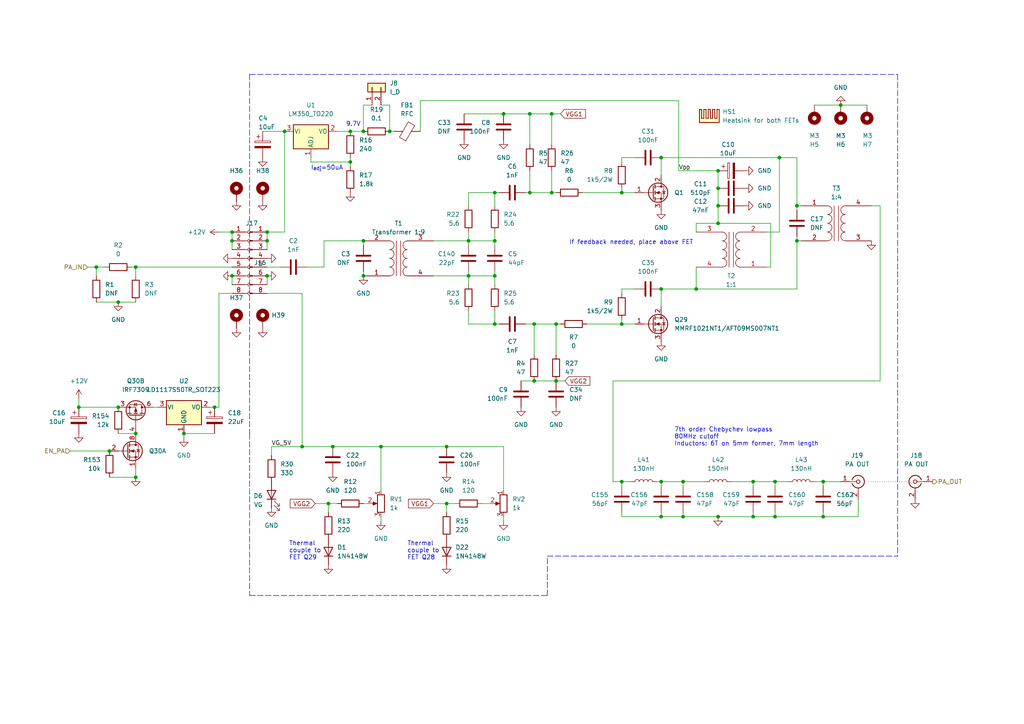
<source format=kicad_sch>
(kicad_sch (version 20211123) (generator eeschema)

  (uuid 23a5678d-f14a-42e0-9e0f-c58ad589532f)

  (paper "A4")

  (title_block
    (title "DART-70 TRX")
    (date "2023-02-18")
    (rev "0")
    (company "HB9EGM")
    (comment 1 "A 4m Band SSB/CW Transceiver")
    (comment 2 "Power Amplifier")
  )

  

  (junction (at 129.54 129.54) (diameter 0) (color 0 0 0 0)
    (uuid 00a9bf31-5693-48ee-843c-84ba7c1825e4)
  )
  (junction (at 67.31 67.31) (diameter 0) (color 0 0 0 0)
    (uuid 018be638-d71c-4d87-b73e-3b122c747273)
  )
  (junction (at 160.02 55.88) (diameter 0) (color 0 0 0 0)
    (uuid 0dc97b2b-98f5-4f81-a4b6-f10781d3b160)
  )
  (junction (at 67.31 69.85) (diameter 0) (color 0 0 0 0)
    (uuid 0f5d58d5-669d-4592-ae44-534ad7e7f3f2)
  )
  (junction (at 191.77 139.7) (diameter 0) (color 0 0 0 0)
    (uuid 1190286f-bc01-45d0-bdda-652501fac563)
  )
  (junction (at 198.12 149.86) (diameter 0) (color 0 0 0 0)
    (uuid 11b9d2e6-81c0-46e2-8e5c-4c9b4a487db1)
  )
  (junction (at 224.79 149.86) (diameter 0) (color 0 0 0 0)
    (uuid 169fe2ba-c49f-4563-b93a-0aa82b0e8f0e)
  )
  (junction (at 201.93 83.82) (diameter 0) (color 0 0 0 0)
    (uuid 1a55edc2-84ce-4698-afd0-ce89a8423090)
  )
  (junction (at 105.41 38.1) (diameter 0) (color 0 0 0 0)
    (uuid 1d61ae6b-82dc-4a56-86ce-44a7fce84cf1)
  )
  (junction (at 231.14 59.69) (diameter 0) (color 0 0 0 0)
    (uuid 201640bb-e925-4d5c-b471-ab56b7f38c54)
  )
  (junction (at 31.75 130.81) (diameter 0) (color 0 0 0 0)
    (uuid 20532f55-6ca5-4db1-8122-d066a5deca97)
  )
  (junction (at 153.67 33.02) (diameter 0) (color 0 0 0 0)
    (uuid 29193f5d-7841-48f5-b586-96cbee5a07d5)
  )
  (junction (at 208.28 149.86) (diameter 0) (color 0 0 0 0)
    (uuid 2944e809-bf47-4b81-b200-121289761ed1)
  )
  (junction (at 39.37 138.43) (diameter 0) (color 0 0 0 0)
    (uuid 29bc49ce-d5f6-4546-b475-0b8d826019c7)
  )
  (junction (at 146.05 33.02) (diameter 0) (color 0 0 0 0)
    (uuid 2ca32adb-9047-4d23-898b-48d94f451fa2)
  )
  (junction (at 180.34 55.88) (diameter 0) (color 0 0 0 0)
    (uuid 349a4eb3-deb0-4994-ba0a-e23a91346992)
  )
  (junction (at 53.34 125.73) (diameter 0) (color 0 0 0 0)
    (uuid 34ad9104-4aec-413d-8c0e-1fe64bf95c79)
  )
  (junction (at 243.84 30.48) (diameter 0) (color 0 0 0 0)
    (uuid 37a9d731-529c-4097-bc66-1496ee02dbe0)
  )
  (junction (at 39.37 77.47) (diameter 0) (color 0 0 0 0)
    (uuid 3bc6f319-45d9-4d92-b709-150dc296e3e3)
  )
  (junction (at 160.02 33.02) (diameter 0) (color 0 0 0 0)
    (uuid 3d76d0aa-ffaf-4e0f-acb3-7daa2c08fd90)
  )
  (junction (at 129.54 146.05) (diameter 0) (color 0 0 0 0)
    (uuid 45343804-2488-4c7a-870d-8b6266de79aa)
  )
  (junction (at 226.06 45.72) (diameter 0) (color 0 0 0 0)
    (uuid 45d25079-49ba-42d3-8214-a17f1366934f)
  )
  (junction (at 191.77 83.82) (diameter 0) (color 0 0 0 0)
    (uuid 46c78ed4-4614-483b-9e27-b81dc59bfb52)
  )
  (junction (at 231.14 69.85) (diameter 0) (color 0 0 0 0)
    (uuid 4865f11e-4bbd-4ae9-98c0-17c1475ebd21)
  )
  (junction (at 143.51 55.88) (diameter 0) (color 0 0 0 0)
    (uuid 4aadce6a-d50b-45f8-a033-dcc4bea52391)
  )
  (junction (at 105.41 80.01) (diameter 0) (color 0 0 0 0)
    (uuid 52218bfd-5195-423d-844f-6feace98a85b)
  )
  (junction (at 180.34 93.98) (diameter 0) (color 0 0 0 0)
    (uuid 65437939-d9c1-47fd-a1ae-2e641394a26e)
  )
  (junction (at 22.86 118.11) (diameter 0) (color 0 0 0 0)
    (uuid 7629175d-ae1a-4764-9a83-e91cb21c21ea)
  )
  (junction (at 95.25 146.05) (diameter 0) (color 0 0 0 0)
    (uuid 770e41a4-5ec0-4019-8763-111e9fe1283d)
  )
  (junction (at 143.51 80.01) (diameter 0) (color 0 0 0 0)
    (uuid 7b948514-a138-4a94-8e43-f8181fa36a07)
  )
  (junction (at 113.03 38.1) (diameter 0) (color 0 0 0 0)
    (uuid 7bc21d1a-16a9-4ef3-a553-9065bc06ee3c)
  )
  (junction (at 154.94 93.98) (diameter 0) (color 0 0 0 0)
    (uuid 7f2796bf-e1d4-4110-8d8b-0ff6bda985a3)
  )
  (junction (at 67.31 80.01) (diameter 0) (color 0 0 0 0)
    (uuid 7f5b2f73-5703-4ef7-b1fa-563f3476def3)
  )
  (junction (at 224.79 139.7) (diameter 0) (color 0 0 0 0)
    (uuid 8402d871-5523-4a16-8c07-99d580102bc0)
  )
  (junction (at 87.63 129.54) (diameter 0) (color 0 0 0 0)
    (uuid 9117f8c0-7c27-49fc-8a32-89061d5b49d9)
  )
  (junction (at 77.47 67.31) (diameter 0) (color 0 0 0 0)
    (uuid 91d168d1-4d25-40ba-ae55-15415c655fcf)
  )
  (junction (at 135.89 80.01) (diameter 0) (color 0 0 0 0)
    (uuid 95c732e9-37db-43be-b499-c30c57b0e1f7)
  )
  (junction (at 34.29 87.63) (diameter 0) (color 0 0 0 0)
    (uuid 95e609b4-aa85-4f15-97bd-4cb457f32c03)
  )
  (junction (at 191.77 45.72) (diameter 0) (color 0 0 0 0)
    (uuid 97552ee1-af94-4c94-b682-b34119d67275)
  )
  (junction (at 218.44 139.7) (diameter 0) (color 0 0 0 0)
    (uuid 995fd178-17d6-4d3e-8acb-8d785bd5fffc)
  )
  (junction (at 208.28 54.61) (diameter 0) (color 0 0 0 0)
    (uuid 9ac767e8-7860-41f7-a6dc-022dbbfe978f)
  )
  (junction (at 143.51 93.98) (diameter 0) (color 0 0 0 0)
    (uuid 9c1a8aa3-6f62-43d5-bf56-ac00d5c99775)
  )
  (junction (at 198.12 139.7) (diameter 0) (color 0 0 0 0)
    (uuid a0407873-4bbd-4776-aa5f-665b3c08936c)
  )
  (junction (at 77.47 80.01) (diameter 0) (color 0 0 0 0)
    (uuid a7a2a279-d40f-4587-bec9-d4d3067b13e5)
  )
  (junction (at 153.67 55.88) (diameter 0) (color 0 0 0 0)
    (uuid aa89c5af-af25-49c1-96f4-06c6ce91f19e)
  )
  (junction (at 101.6 46.99) (diameter 0) (color 0 0 0 0)
    (uuid af091ba7-4a6d-498e-bd0b-14fda6edf260)
  )
  (junction (at 154.94 110.49) (diameter 0) (color 0 0 0 0)
    (uuid ba04cb58-9776-456e-90eb-494c877d5ce7)
  )
  (junction (at 208.28 59.69) (diameter 0) (color 0 0 0 0)
    (uuid ba431773-10fb-4d16-9ba2-eb6fd3c285b4)
  )
  (junction (at 218.44 149.86) (diameter 0) (color 0 0 0 0)
    (uuid bd70a2e0-a82f-4de4-a0fa-3e489255ccd2)
  )
  (junction (at 34.29 118.11) (diameter 0) (color 0 0 0 0)
    (uuid be1784a6-59d6-4cde-9c33-90a6012ea93e)
  )
  (junction (at 191.77 149.86) (diameter 0) (color 0 0 0 0)
    (uuid bfe16a13-83ef-4525-9238-87977c9e0324)
  )
  (junction (at 105.41 69.85) (diameter 0) (color 0 0 0 0)
    (uuid c1812bca-1a73-4f18-9a33-1b204224d02a)
  )
  (junction (at 208.28 64.77) (diameter 0) (color 0 0 0 0)
    (uuid c4c8dc22-30cb-4ab5-9ea7-ce681435a526)
  )
  (junction (at 77.47 69.85) (diameter 0) (color 0 0 0 0)
    (uuid ce5230a8-798d-481b-92d7-62613f234a9f)
  )
  (junction (at 208.28 49.53) (diameter 0) (color 0 0 0 0)
    (uuid ce67e4fa-a993-4a9d-853a-c16f4292267a)
  )
  (junction (at 238.76 149.86) (diameter 0) (color 0 0 0 0)
    (uuid d6aa82f3-1581-4e28-9aa5-df659b8e8178)
  )
  (junction (at 161.29 110.49) (diameter 0) (color 0 0 0 0)
    (uuid da475678-1d3f-412b-b97e-fcd878ddc967)
  )
  (junction (at 82.55 38.1) (diameter 0) (color 0 0 0 0)
    (uuid de4a013d-057c-4526-b3ee-b7119435e384)
  )
  (junction (at 62.23 118.11) (diameter 0) (color 0 0 0 0)
    (uuid deafc291-0fe3-4cfb-914a-c34a72d0d21a)
  )
  (junction (at 27.94 77.47) (diameter 0) (color 0 0 0 0)
    (uuid e09d4217-9b5f-4cf8-8963-de289c5f1d23)
  )
  (junction (at 101.6 38.1) (diameter 0) (color 0 0 0 0)
    (uuid e1ae65fb-5d8e-4707-a860-4099b5b12f92)
  )
  (junction (at 96.52 129.54) (diameter 0) (color 0 0 0 0)
    (uuid e4589850-a03e-4f46-9ea8-63c370df9c6c)
  )
  (junction (at 143.51 69.85) (diameter 0) (color 0 0 0 0)
    (uuid e99cd3cb-eecd-48de-8dac-f3583e9ee5aa)
  )
  (junction (at 180.34 139.7) (diameter 0) (color 0 0 0 0)
    (uuid f1f0fc3f-3df6-42a9-bad0-ae1a97ab3dd1)
  )
  (junction (at 39.37 125.73) (diameter 0) (color 0 0 0 0)
    (uuid f5a60bd5-1c34-47ca-8ecb-aa99fd3fc492)
  )
  (junction (at 238.76 139.7) (diameter 0) (color 0 0 0 0)
    (uuid f95b6c97-e71d-442c-ab28-687f0c1b2ecd)
  )
  (junction (at 161.29 93.98) (diameter 0) (color 0 0 0 0)
    (uuid fa77d425-d7f6-4c77-9f7d-bb18f02e72f6)
  )
  (junction (at 110.49 129.54) (diameter 0) (color 0 0 0 0)
    (uuid fc158e7b-4b67-4dbc-8bc0-b32dabb0353c)
  )
  (junction (at 135.89 69.85) (diameter 0) (color 0 0 0 0)
    (uuid fd4faf0a-37e9-4552-8fd5-5779c63690e1)
  )

  (wire (pts (xy 160.02 41.91) (xy 160.02 33.02))
    (stroke (width 0) (type default) (color 0 0 0 0))
    (uuid 003766df-760d-4945-aead-fd459cf2cc7e)
  )
  (wire (pts (xy 238.76 148.59) (xy 238.76 149.86))
    (stroke (width 0) (type default) (color 0 0 0 0))
    (uuid 00b03189-3640-4f86-a383-2e455c33fb42)
  )
  (wire (pts (xy 191.77 139.7) (xy 198.12 139.7))
    (stroke (width 0) (type default) (color 0 0 0 0))
    (uuid 01303a8c-cc11-400c-8bb1-9c7a6554cd45)
  )
  (wire (pts (xy 153.67 55.88) (xy 153.67 49.53))
    (stroke (width 0) (type default) (color 0 0 0 0))
    (uuid 01cd1a32-53d4-480c-a184-d16eda8ee96e)
  )
  (wire (pts (xy 222.25 67.31) (xy 226.06 67.31))
    (stroke (width 0) (type default) (color 0 0 0 0))
    (uuid 0213fd9f-9172-4644-aa96-b68d556aae75)
  )
  (wire (pts (xy 143.51 67.31) (xy 143.51 69.85))
    (stroke (width 0) (type default) (color 0 0 0 0))
    (uuid 05bd47c1-4917-4b79-bd80-c7e5e8dd13c8)
  )
  (wire (pts (xy 180.34 140.97) (xy 180.34 139.7))
    (stroke (width 0) (type default) (color 0 0 0 0))
    (uuid 05c4acf2-1aea-4e36-a39b-8de69c211c79)
  )
  (wire (pts (xy 93.98 77.47) (xy 93.98 69.85))
    (stroke (width 0) (type default) (color 0 0 0 0))
    (uuid 08da3a2b-c17b-44c3-a933-0280f33f01b4)
  )
  (wire (pts (xy 125.73 69.85) (xy 135.89 69.85))
    (stroke (width 0) (type default) (color 0 0 0 0))
    (uuid 090a5550-aaf0-4baa-93d5-0e07d425691a)
  )
  (wire (pts (xy 135.89 78.74) (xy 135.89 80.01))
    (stroke (width 0) (type default) (color 0 0 0 0))
    (uuid 090e8cfd-ba33-4d7d-9c81-3debb551627b)
  )
  (wire (pts (xy 135.89 82.55) (xy 135.89 80.01))
    (stroke (width 0) (type default) (color 0 0 0 0))
    (uuid 0c403a72-1507-400c-bcf9-bdea8d77da0c)
  )
  (wire (pts (xy 161.29 93.98) (xy 154.94 93.98))
    (stroke (width 0) (type default) (color 0 0 0 0))
    (uuid 0c62e9e2-99ea-4b9f-a93d-d3265a59ccc4)
  )
  (wire (pts (xy 143.51 82.55) (xy 143.51 80.01))
    (stroke (width 0) (type default) (color 0 0 0 0))
    (uuid 0db8d2aa-1710-4582-b3d9-cb71117f3069)
  )
  (polyline (pts (xy 72.39 125.73) (xy 72.39 172.72))
    (stroke (width 0) (type default) (color 0 0 0 0))
    (uuid 0e97a1c7-a3b0-49a1-b55a-a05eb846150e)
  )

  (wire (pts (xy 201.93 77.47) (xy 201.93 83.82))
    (stroke (width 0) (type default) (color 0 0 0 0))
    (uuid 117e449a-10cc-40db-a294-4fa340a9cac0)
  )
  (wire (pts (xy 198.12 148.59) (xy 198.12 149.86))
    (stroke (width 0) (type default) (color 0 0 0 0))
    (uuid 129d98eb-7dcb-4630-a22b-2b23e8fcd745)
  )
  (wire (pts (xy 180.34 83.82) (xy 184.15 83.82))
    (stroke (width 0) (type default) (color 0 0 0 0))
    (uuid 15279dd8-9bd1-48fc-9f70-e7f93e55299a)
  )
  (wire (pts (xy 218.44 148.59) (xy 218.44 149.86))
    (stroke (width 0) (type default) (color 0 0 0 0))
    (uuid 176a64d2-c693-4d78-ab17-fc4d752dc7bf)
  )
  (wire (pts (xy 144.78 55.88) (xy 143.51 55.88))
    (stroke (width 0) (type default) (color 0 0 0 0))
    (uuid 190cb8c5-8a7f-4df3-af19-907585046dea)
  )
  (wire (pts (xy 129.54 146.05) (xy 132.08 146.05))
    (stroke (width 0) (type default) (color 0 0 0 0))
    (uuid 1941097c-3dde-477c-9880-5f4a67beef11)
  )
  (wire (pts (xy 88.9 77.47) (xy 93.98 77.47))
    (stroke (width 0) (type default) (color 0 0 0 0))
    (uuid 1bb0e012-00ba-4f66-98d9-e0c61b08d886)
  )
  (wire (pts (xy 60.96 118.11) (xy 62.23 118.11))
    (stroke (width 0) (type default) (color 0 0 0 0))
    (uuid 1de018d4-5c44-4308-83e7-3cd467a0df2c)
  )
  (wire (pts (xy 191.77 83.82) (xy 201.93 83.82))
    (stroke (width 0) (type default) (color 0 0 0 0))
    (uuid 1e0ac3bd-2032-4a66-a210-cf54c4394e90)
  )
  (polyline (pts (xy 260.35 21.59) (xy 260.35 161.29))
    (stroke (width 0) (type default) (color 0 0 0 0))
    (uuid 1e42598a-f528-4ed6-adc9-5d49f8a54068)
  )

  (wire (pts (xy 160.02 55.88) (xy 161.29 55.88))
    (stroke (width 0) (type default) (color 0 0 0 0))
    (uuid 1fc99f89-a9e3-40d0-a00e-00b942f68fbe)
  )
  (wire (pts (xy 67.31 72.39) (xy 67.31 69.85))
    (stroke (width 0) (type default) (color 0 0 0 0))
    (uuid 20c49d41-bbed-4fd7-871e-c8cda9b70919)
  )
  (wire (pts (xy 238.76 139.7) (xy 243.84 139.7))
    (stroke (width 0) (type default) (color 0 0 0 0))
    (uuid 20e91198-3a81-4bb2-883d-67438d536dfb)
  )
  (wire (pts (xy 180.34 149.86) (xy 180.34 148.59))
    (stroke (width 0) (type default) (color 0 0 0 0))
    (uuid 22495173-2d45-4f6f-9abc-6c550a9ad708)
  )
  (wire (pts (xy 20.32 130.81) (xy 31.75 130.81))
    (stroke (width 0) (type default) (color 0 0 0 0))
    (uuid 244cb991-83cb-471e-802b-24c925680851)
  )
  (wire (pts (xy 146.05 142.24) (xy 146.05 129.54))
    (stroke (width 0) (type default) (color 0 0 0 0))
    (uuid 244ff2bc-70e5-4e35-bfb2-a65f8b5dba01)
  )
  (wire (pts (xy 231.14 68.58) (xy 231.14 69.85))
    (stroke (width 0) (type default) (color 0 0 0 0))
    (uuid 2498ff12-ed26-4ee2-a8eb-6bcc5369ccfa)
  )
  (wire (pts (xy 168.91 55.88) (xy 180.34 55.88))
    (stroke (width 0) (type default) (color 0 0 0 0))
    (uuid 275deabf-8009-409b-b4ac-41d9bed031f8)
  )
  (wire (pts (xy 154.94 110.49) (xy 161.29 110.49))
    (stroke (width 0) (type default) (color 0 0 0 0))
    (uuid 27dce1e3-d97e-42b2-835a-51f963345258)
  )
  (wire (pts (xy 201.93 64.77) (xy 201.93 67.31))
    (stroke (width 0) (type default) (color 0 0 0 0))
    (uuid 287c2405-6913-4715-9df1-ff5ad9edb79a)
  )
  (wire (pts (xy 191.77 148.59) (xy 191.77 149.86))
    (stroke (width 0) (type default) (color 0 0 0 0))
    (uuid 2974f09b-e6b8-4064-b7aa-e536277a9dd1)
  )
  (wire (pts (xy 161.29 110.49) (xy 163.83 110.49))
    (stroke (width 0) (type default) (color 0 0 0 0))
    (uuid 2c9f3b73-c557-4d2a-9dd7-0487ea71ec0e)
  )
  (wire (pts (xy 153.67 41.91) (xy 153.67 33.02))
    (stroke (width 0) (type default) (color 0 0 0 0))
    (uuid 2dbf30dd-74ba-489b-bc21-50743495fd6e)
  )
  (wire (pts (xy 231.14 59.69) (xy 231.14 60.96))
    (stroke (width 0) (type default) (color 0 0 0 0))
    (uuid 314f8e04-4aa0-4bb5-827d-61a31e51db59)
  )
  (wire (pts (xy 34.29 125.73) (xy 39.37 125.73))
    (stroke (width 0) (type default) (color 0 0 0 0))
    (uuid 326d996d-3cfd-4380-aa75-da9dedb0ddb6)
  )
  (wire (pts (xy 110.49 30.48) (xy 113.03 30.48))
    (stroke (width 0) (type default) (color 0 0 0 0))
    (uuid 32b0485d-44e4-459e-b414-08683522870b)
  )
  (wire (pts (xy 77.47 67.31) (xy 77.47 69.85))
    (stroke (width 0) (type default) (color 0 0 0 0))
    (uuid 32e7b266-8a06-4afa-95ae-6cc7fd2c4682)
  )
  (wire (pts (xy 180.34 54.61) (xy 180.34 55.88))
    (stroke (width 0) (type default) (color 0 0 0 0))
    (uuid 3b137ae9-360e-432b-b9e1-c0db7be18a6f)
  )
  (wire (pts (xy 252.73 59.69) (xy 255.27 59.69))
    (stroke (width 0) (type default) (color 0 0 0 0))
    (uuid 3fa43fd5-1023-4d73-9454-49a58988d36d)
  )
  (wire (pts (xy 196.85 49.53) (xy 208.28 49.53))
    (stroke (width 0) (type default) (color 0 0 0 0))
    (uuid 410150c4-40fc-4943-abc9-82881f5d36d2)
  )
  (wire (pts (xy 198.12 149.86) (xy 191.77 149.86))
    (stroke (width 0) (type default) (color 0 0 0 0))
    (uuid 45d7483e-8114-4f8f-b539-62807589f130)
  )
  (wire (pts (xy 162.56 33.02) (xy 160.02 33.02))
    (stroke (width 0) (type default) (color 0 0 0 0))
    (uuid 46618fa5-0b3e-4206-965f-d2c1fa7fd544)
  )
  (wire (pts (xy 190.5 139.7) (xy 191.77 139.7))
    (stroke (width 0) (type default) (color 0 0 0 0))
    (uuid 46ccb03d-9859-4d39-a84e-de35f474656d)
  )
  (wire (pts (xy 224.79 139.7) (xy 218.44 139.7))
    (stroke (width 0) (type default) (color 0 0 0 0))
    (uuid 47431c99-b3b4-40b7-9c3c-b504fe7f80ad)
  )
  (wire (pts (xy 238.76 139.7) (xy 238.76 140.97))
    (stroke (width 0) (type default) (color 0 0 0 0))
    (uuid 4836d259-bca8-4757-a2e4-0014edd49bee)
  )
  (wire (pts (xy 39.37 135.89) (xy 39.37 138.43))
    (stroke (width 0) (type default) (color 0 0 0 0))
    (uuid 49117d96-ecd5-4c4c-867f-fba2a373e768)
  )
  (polyline (pts (xy 72.39 172.72) (xy 158.75 172.72))
    (stroke (width 0) (type default) (color 0 0 0 0))
    (uuid 4ae5fbc9-eb99-4e4e-8086-7665b8159a43)
  )

  (wire (pts (xy 135.89 55.88) (xy 143.51 55.88))
    (stroke (width 0) (type default) (color 0 0 0 0))
    (uuid 4c1800c2-8348-464f-9f96-c07e927f3b27)
  )
  (wire (pts (xy 39.37 77.47) (xy 67.31 77.47))
    (stroke (width 0) (type default) (color 0 0 0 0))
    (uuid 4f28f9c8-885b-461f-99ce-9e467196f1b9)
  )
  (wire (pts (xy 135.89 69.85) (xy 135.89 71.12))
    (stroke (width 0) (type default) (color 0 0 0 0))
    (uuid 4f6eb515-be7f-47aa-980d-105f546479e2)
  )
  (wire (pts (xy 143.51 69.85) (xy 135.89 69.85))
    (stroke (width 0) (type default) (color 0 0 0 0))
    (uuid 50a21b5d-899a-44a0-996e-051d02331b9b)
  )
  (wire (pts (xy 25.4 77.47) (xy 27.94 77.47))
    (stroke (width 0) (type default) (color 0 0 0 0))
    (uuid 50ee2088-c749-44b7-9441-ded0f956dbfb)
  )
  (wire (pts (xy 222.25 77.47) (xy 223.52 77.47))
    (stroke (width 0) (type default) (color 0 0 0 0))
    (uuid 517f26e5-18d4-43ac-972a-ba2567992a0c)
  )
  (wire (pts (xy 63.5 118.11) (xy 62.23 118.11))
    (stroke (width 0) (type default) (color 0 0 0 0))
    (uuid 526cf808-e002-43dd-a0e0-44a3396fee16)
  )
  (wire (pts (xy 39.37 80.01) (xy 39.37 77.47))
    (stroke (width 0) (type default) (color 0 0 0 0))
    (uuid 529d787f-495b-411a-9099-24f01e97f4fb)
  )
  (wire (pts (xy 27.94 77.47) (xy 30.48 77.47))
    (stroke (width 0) (type default) (color 0 0 0 0))
    (uuid 54dc5336-21a7-449e-8921-31bd50e0dd34)
  )
  (wire (pts (xy 153.67 33.02) (xy 146.05 33.02))
    (stroke (width 0) (type default) (color 0 0 0 0))
    (uuid 5534ba7b-e05c-441b-ab61-b44786c0cc7f)
  )
  (wire (pts (xy 77.47 85.09) (xy 87.63 85.09))
    (stroke (width 0) (type default) (color 0 0 0 0))
    (uuid 5bc7df61-b1cd-4588-856d-8c6fb4871ca2)
  )
  (wire (pts (xy 90.17 46.99) (xy 101.6 46.99))
    (stroke (width 0) (type default) (color 0 0 0 0))
    (uuid 5d504083-b2cb-4825-8a1c-f090158440ad)
  )
  (wire (pts (xy 191.77 139.7) (xy 191.77 140.97))
    (stroke (width 0) (type default) (color 0 0 0 0))
    (uuid 5e519133-39e0-4d9c-923a-654d70e785ea)
  )
  (wire (pts (xy 143.51 78.74) (xy 143.51 80.01))
    (stroke (width 0) (type default) (color 0 0 0 0))
    (uuid 5e72ac5c-c90a-41fa-9dba-d1d47974ec35)
  )
  (wire (pts (xy 218.44 149.86) (xy 208.28 149.86))
    (stroke (width 0) (type default) (color 0 0 0 0))
    (uuid 5f190653-6f70-4988-87e8-9b7db66d156d)
  )
  (wire (pts (xy 39.37 138.43) (xy 31.75 138.43))
    (stroke (width 0) (type default) (color 0 0 0 0))
    (uuid 617393ff-8ed2-4078-9ede-235bd1227e24)
  )
  (wire (pts (xy 76.2 38.1) (xy 82.55 38.1))
    (stroke (width 0) (type default) (color 0 0 0 0))
    (uuid 62583d4b-9427-440d-8327-f9d7d21d09cb)
  )
  (wire (pts (xy 77.47 77.47) (xy 81.28 77.47))
    (stroke (width 0) (type default) (color 0 0 0 0))
    (uuid 62c70670-1334-4513-905b-69fd3f256c43)
  )
  (wire (pts (xy 90.17 46.99) (xy 90.17 45.72))
    (stroke (width 0) (type default) (color 0 0 0 0))
    (uuid 63065ccc-6177-47a4-ba4b-dac35da23d54)
  )
  (wire (pts (xy 34.29 87.63) (xy 27.94 87.63))
    (stroke (width 0) (type default) (color 0 0 0 0))
    (uuid 658c1d04-d8a4-4581-8808-91199da32b7a)
  )
  (polyline (pts (xy 158.75 172.72) (xy 158.75 161.29))
    (stroke (width 0) (type default) (color 0 0 0 0))
    (uuid 66b07fde-6cd4-4b98-a500-29e68bc48a26)
  )

  (wire (pts (xy 228.6 139.7) (xy 224.79 139.7))
    (stroke (width 0) (type default) (color 0 0 0 0))
    (uuid 66b2dc35-2265-403a-99d6-443630d9bc0d)
  )
  (wire (pts (xy 97.79 38.1) (xy 101.6 38.1))
    (stroke (width 0) (type default) (color 0 0 0 0))
    (uuid 67b7572b-8850-4da4-abc8-6a9a95c24196)
  )
  (wire (pts (xy 110.49 129.54) (xy 129.54 129.54))
    (stroke (width 0) (type default) (color 0 0 0 0))
    (uuid 69fd6a37-2951-4523-be53-b297b12a3d30)
  )
  (wire (pts (xy 39.37 87.63) (xy 34.29 87.63))
    (stroke (width 0) (type default) (color 0 0 0 0))
    (uuid 6b19a571-91ba-4d1a-8b96-09d23dc9b0fd)
  )
  (wire (pts (xy 129.54 148.59) (xy 129.54 146.05))
    (stroke (width 0) (type default) (color 0 0 0 0))
    (uuid 6d9b2be2-0946-43d9-ae46-71aefe8a5f39)
  )
  (wire (pts (xy 160.02 33.02) (xy 153.67 33.02))
    (stroke (width 0) (type default) (color 0 0 0 0))
    (uuid 6e8528c7-721a-4a9d-91ba-2bed867380fd)
  )
  (wire (pts (xy 93.98 69.85) (xy 105.41 69.85))
    (stroke (width 0) (type default) (color 0 0 0 0))
    (uuid 700aab51-599c-46ef-ab05-ba582df59faf)
  )
  (wire (pts (xy 77.47 67.31) (xy 82.55 67.31))
    (stroke (width 0) (type default) (color 0 0 0 0))
    (uuid 708f55ca-b0b2-4950-ad4c-df6179f30406)
  )
  (wire (pts (xy 208.28 149.86) (xy 198.12 149.86))
    (stroke (width 0) (type default) (color 0 0 0 0))
    (uuid 72a4a520-5e37-46e3-b69d-c3460e9f221c)
  )
  (wire (pts (xy 143.51 55.88) (xy 143.51 59.69))
    (stroke (width 0) (type default) (color 0 0 0 0))
    (uuid 747d6f52-cc08-417b-84fa-68d19b5edf1f)
  )
  (wire (pts (xy 218.44 139.7) (xy 218.44 140.97))
    (stroke (width 0) (type default) (color 0 0 0 0))
    (uuid 74880265-f9ea-4dec-ae40-354f181a1e44)
  )
  (wire (pts (xy 196.85 29.21) (xy 196.85 49.53))
    (stroke (width 0) (type default) (color 0 0 0 0))
    (uuid 7515cca1-e4ed-4308-8959-2cb96cb486bc)
  )
  (wire (pts (xy 113.03 38.1) (xy 113.03 30.48))
    (stroke (width 0) (type default) (color 0 0 0 0))
    (uuid 77391e29-ecc1-42ae-956b-82e3188fdad6)
  )
  (wire (pts (xy 191.77 50.8) (xy 191.77 45.72))
    (stroke (width 0) (type default) (color 0 0 0 0))
    (uuid 786e1d5b-e1c9-4d32-83e4-8256769342db)
  )
  (wire (pts (xy 218.44 139.7) (xy 212.09 139.7))
    (stroke (width 0) (type default) (color 0 0 0 0))
    (uuid 792dcaf8-ca00-40d9-b156-266fa951bd81)
  )
  (wire (pts (xy 143.51 80.01) (xy 135.89 80.01))
    (stroke (width 0) (type default) (color 0 0 0 0))
    (uuid 794dc39d-8571-437d-b869-222991e444b8)
  )
  (wire (pts (xy 110.49 142.24) (xy 110.49 129.54))
    (stroke (width 0) (type default) (color 0 0 0 0))
    (uuid 7b76a79d-41f9-41dc-b73d-561e451cfaf8)
  )
  (wire (pts (xy 95.25 148.59) (xy 95.25 146.05))
    (stroke (width 0) (type default) (color 0 0 0 0))
    (uuid 7b82c39d-7156-424b-89fa-48e5324ac466)
  )
  (wire (pts (xy 161.29 102.87) (xy 161.29 93.98))
    (stroke (width 0) (type default) (color 0 0 0 0))
    (uuid 7cbcca09-f051-4a6a-a573-518f6f3e8480)
  )
  (wire (pts (xy 238.76 149.86) (xy 224.79 149.86))
    (stroke (width 0) (type default) (color 0 0 0 0))
    (uuid 7cdac423-7c51-49f3-8be3-e2a9f7758c95)
  )
  (wire (pts (xy 105.41 78.74) (xy 105.41 80.01))
    (stroke (width 0) (type default) (color 0 0 0 0))
    (uuid 7d681d34-4bc5-4be1-a8cb-4db186ab9108)
  )
  (wire (pts (xy 177.8 110.49) (xy 177.8 139.7))
    (stroke (width 0) (type default) (color 0 0 0 0))
    (uuid 7e4b5443-42d5-428f-a8ff-0fa62039fc20)
  )
  (wire (pts (xy 82.55 38.1) (xy 82.55 67.31))
    (stroke (width 0) (type default) (color 0 0 0 0))
    (uuid 7f503ee2-5760-4fc4-b83b-6c6a12238600)
  )
  (wire (pts (xy 224.79 139.7) (xy 224.79 140.97))
    (stroke (width 0) (type default) (color 0 0 0 0))
    (uuid 7fb6fe3c-7427-4aad-825b-24b65566f507)
  )
  (wire (pts (xy 38.1 77.47) (xy 39.37 77.47))
    (stroke (width 0) (type default) (color 0 0 0 0))
    (uuid 81351d0b-a4b5-4cb4-9ae9-f79698997dc6)
  )
  (wire (pts (xy 135.89 59.69) (xy 135.89 55.88))
    (stroke (width 0) (type default) (color 0 0 0 0))
    (uuid 81640ccb-bb6f-4ca3-80a2-35618e8e087b)
  )
  (wire (pts (xy 67.31 69.85) (xy 67.31 67.31))
    (stroke (width 0) (type default) (color 0 0 0 0))
    (uuid 823ff746-3dfe-4ad2-ae79-b99365815b3b)
  )
  (polyline (pts (xy 72.39 21.59) (xy 260.35 21.59))
    (stroke (width 0) (type default) (color 0 0 0 0))
    (uuid 8398d6da-a6bc-43eb-be8d-a0a5e6cd131a)
  )

  (wire (pts (xy 63.5 67.31) (xy 67.31 67.31))
    (stroke (width 0) (type default) (color 0 0 0 0))
    (uuid 83a62204-8d92-4968-9472-359242aa63b5)
  )
  (wire (pts (xy 113.03 38.1) (xy 114.3 38.1))
    (stroke (width 0) (type default) (color 0 0 0 0))
    (uuid 8662e2bc-5e18-4d27-8e41-16580368082b)
  )
  (wire (pts (xy 151.13 110.49) (xy 154.94 110.49))
    (stroke (width 0) (type default) (color 0 0 0 0))
    (uuid 8ac4c920-c88a-456c-8ad1-b60beb0e620f)
  )
  (wire (pts (xy 243.84 30.48) (xy 251.46 30.48))
    (stroke (width 0) (type default) (color 0 0 0 0))
    (uuid 8cd234e5-8d99-4783-8e6c-debdf540bc71)
  )
  (wire (pts (xy 44.45 118.11) (xy 45.72 118.11))
    (stroke (width 0) (type default) (color 0 0 0 0))
    (uuid 8ce64de9-e53d-4317-9ac8-b1f664a4aabd)
  )
  (wire (pts (xy 87.63 85.09) (xy 87.63 129.54))
    (stroke (width 0) (type default) (color 0 0 0 0))
    (uuid 8ec295a0-e8aa-4d08-9ad2-7e3be5901bb0)
  )
  (wire (pts (xy 146.05 151.13) (xy 146.05 149.86))
    (stroke (width 0) (type default) (color 0 0 0 0))
    (uuid 8f0d94cb-7dce-4f8d-b241-565acfd7242c)
  )
  (wire (pts (xy 135.89 67.31) (xy 135.89 69.85))
    (stroke (width 0) (type default) (color 0 0 0 0))
    (uuid 8f25b4cf-19a6-4cfc-8247-405e6fad837e)
  )
  (wire (pts (xy 53.34 125.73) (xy 62.23 125.73))
    (stroke (width 0) (type default) (color 0 0 0 0))
    (uuid 8fbf2c38-2aff-4578-b034-e4158cdc80fc)
  )
  (wire (pts (xy 226.06 67.31) (xy 226.06 45.72))
    (stroke (width 0) (type default) (color 0 0 0 0))
    (uuid 961f2f48-5823-4672-9657-6b8a54100496)
  )
  (wire (pts (xy 180.34 92.71) (xy 180.34 93.98))
    (stroke (width 0) (type default) (color 0 0 0 0))
    (uuid 97156354-f4ae-4c61-9b61-c67f6e42daa4)
  )
  (wire (pts (xy 63.5 85.09) (xy 67.31 85.09))
    (stroke (width 0) (type default) (color 0 0 0 0))
    (uuid 97d7e6e9-0043-4e91-9baa-8fec2b65798f)
  )
  (wire (pts (xy 191.77 45.72) (xy 226.06 45.72))
    (stroke (width 0) (type default) (color 0 0 0 0))
    (uuid 98c89916-5912-4fa7-a8c4-45d1f47b949d)
  )
  (wire (pts (xy 255.27 110.49) (xy 177.8 110.49))
    (stroke (width 0) (type default) (color 0 0 0 0))
    (uuid 9a340e87-d305-43ce-9f87-636252cba83b)
  )
  (wire (pts (xy 63.5 85.09) (xy 63.5 118.11))
    (stroke (width 0) (type default) (color 0 0 0 0))
    (uuid 9c5b4ad7-76e8-40c4-8007-a8a8969bf371)
  )
  (wire (pts (xy 139.7 146.05) (xy 142.24 146.05))
    (stroke (width 0) (type default) (color 0 0 0 0))
    (uuid 9d368343-4950-4d34-b3a3-3301f02614b2)
  )
  (wire (pts (xy 95.25 146.05) (xy 91.44 146.05))
    (stroke (width 0) (type default) (color 0 0 0 0))
    (uuid 9ff1d0a3-4bda-4084-8c92-d9a3e9bd2097)
  )
  (wire (pts (xy 248.92 144.78) (xy 248.92 149.86))
    (stroke (width 0) (type default) (color 0 0 0 0))
    (uuid a03d083a-86d3-43fa-a5db-2ecd32926435)
  )
  (wire (pts (xy 180.34 45.72) (xy 184.15 45.72))
    (stroke (width 0) (type default) (color 0 0 0 0))
    (uuid a1a0fa87-9518-4e3a-8b85-983034295cf2)
  )
  (wire (pts (xy 143.51 71.12) (xy 143.51 69.85))
    (stroke (width 0) (type default) (color 0 0 0 0))
    (uuid a29c2a38-dbda-4d2b-b1e1-eb2b3491457e)
  )
  (wire (pts (xy 101.6 48.26) (xy 101.6 46.99))
    (stroke (width 0) (type default) (color 0 0 0 0))
    (uuid a2e25017-5257-4f53-9d03-d7f687ab6c0f)
  )
  (wire (pts (xy 255.27 59.69) (xy 255.27 110.49))
    (stroke (width 0) (type default) (color 0 0 0 0))
    (uuid a2e5b691-f77a-4583-8bea-441c4d2ce60e)
  )
  (wire (pts (xy 101.6 46.99) (xy 101.6 45.72))
    (stroke (width 0) (type default) (color 0 0 0 0))
    (uuid a329349b-ba39-4ef8-9a28-50bd5ac5c6d5)
  )
  (wire (pts (xy 135.89 93.98) (xy 135.89 90.17))
    (stroke (width 0) (type default) (color 0 0 0 0))
    (uuid a4b27e52-de6a-4049-9cca-f9f30d85d7f1)
  )
  (wire (pts (xy 77.47 69.85) (xy 77.47 72.39))
    (stroke (width 0) (type default) (color 0 0 0 0))
    (uuid a5d1d492-dfa3-4faa-882c-a328491eb033)
  )
  (wire (pts (xy 110.49 151.13) (xy 110.49 149.86))
    (stroke (width 0) (type default) (color 0 0 0 0))
    (uuid a6a1a43f-a88e-41c8-b880-7c537750051f)
  )
  (wire (pts (xy 180.34 55.88) (xy 184.15 55.88))
    (stroke (width 0) (type default) (color 0 0 0 0))
    (uuid aa29402a-e28d-4e6a-a91c-d53faac46ef5)
  )
  (wire (pts (xy 208.28 49.53) (xy 208.28 54.61))
    (stroke (width 0) (type default) (color 0 0 0 0))
    (uuid aaf3c0ed-76db-49b3-85a5-1a6f92e1d0b1)
  )
  (wire (pts (xy 231.14 69.85) (xy 232.41 69.85))
    (stroke (width 0) (type default) (color 0 0 0 0))
    (uuid ab60541a-70a7-4147-8087-07866b7f21be)
  )
  (wire (pts (xy 198.12 139.7) (xy 204.47 139.7))
    (stroke (width 0) (type default) (color 0 0 0 0))
    (uuid ad235f51-b06e-4d02-80dc-3c5ef34c01f0)
  )
  (wire (pts (xy 97.79 146.05) (xy 95.25 146.05))
    (stroke (width 0) (type default) (color 0 0 0 0))
    (uuid ad3a2dc9-0a41-421d-b005-d9e9940696fd)
  )
  (wire (pts (xy 180.34 93.98) (xy 184.15 93.98))
    (stroke (width 0) (type default) (color 0 0 0 0))
    (uuid aeaba250-61f2-4452-945f-e177f41b342c)
  )
  (wire (pts (xy 53.34 127) (xy 53.34 125.73))
    (stroke (width 0) (type default) (color 0 0 0 0))
    (uuid afd000de-1f79-43c7-805a-97033c02476f)
  )
  (wire (pts (xy 77.47 80.01) (xy 77.47 82.55))
    (stroke (width 0) (type default) (color 0 0 0 0))
    (uuid b0638642-906d-4721-afc4-2e70a0961498)
  )
  (wire (pts (xy 27.94 80.01) (xy 27.94 77.47))
    (stroke (width 0) (type default) (color 0 0 0 0))
    (uuid b17770b4-75d1-43d7-a9ee-47c7f821b104)
  )
  (wire (pts (xy 121.92 38.1) (xy 121.92 29.21))
    (stroke (width 0) (type default) (color 0 0 0 0))
    (uuid b269d51b-2f1d-42a9-ba9b-a602d888ef4b)
  )
  (wire (pts (xy 125.73 146.05) (xy 129.54 146.05))
    (stroke (width 0) (type default) (color 0 0 0 0))
    (uuid b3a9f299-9137-4c0e-8d78-b8c51677a919)
  )
  (wire (pts (xy 191.77 83.82) (xy 191.77 88.9))
    (stroke (width 0) (type default) (color 0 0 0 0))
    (uuid b4a67bed-e0d0-4a2b-ad95-50263ae29794)
  )
  (wire (pts (xy 153.67 55.88) (xy 160.02 55.88))
    (stroke (width 0) (type default) (color 0 0 0 0))
    (uuid b6024484-8c2a-42f3-977d-891690fbe6a6)
  )
  (wire (pts (xy 223.52 77.47) (xy 223.52 64.77))
    (stroke (width 0) (type default) (color 0 0 0 0))
    (uuid b6405e62-fe69-4e5e-bf39-a12d7be9fb00)
  )
  (wire (pts (xy 78.74 132.08) (xy 78.74 129.54))
    (stroke (width 0) (type default) (color 0 0 0 0))
    (uuid b808564d-4d59-4c8d-8645-9f64fee897ea)
  )
  (wire (pts (xy 154.94 102.87) (xy 154.94 93.98))
    (stroke (width 0) (type default) (color 0 0 0 0))
    (uuid bb75cd77-e810-43bd-b155-da62e8c644f7)
  )
  (wire (pts (xy 101.6 38.1) (xy 105.41 38.1))
    (stroke (width 0) (type default) (color 0 0 0 0))
    (uuid bec0ce44-3d2b-4c79-b5e8-74a5b945c66e)
  )
  (wire (pts (xy 22.86 115.57) (xy 22.86 118.11))
    (stroke (width 0) (type default) (color 0 0 0 0))
    (uuid bf7659ed-bc9f-491b-accb-3db8abf0f82a)
  )
  (wire (pts (xy 231.14 59.69) (xy 231.14 45.72))
    (stroke (width 0) (type default) (color 0 0 0 0))
    (uuid c136cc08-0a30-42be-ac73-b57040aa3d8f)
  )
  (wire (pts (xy 223.52 64.77) (xy 208.28 64.77))
    (stroke (width 0) (type default) (color 0 0 0 0))
    (uuid c45cd4a9-6d57-419f-b7e4-f2f6398e66f1)
  )
  (wire (pts (xy 248.92 149.86) (xy 238.76 149.86))
    (stroke (width 0) (type default) (color 0 0 0 0))
    (uuid c7401b61-6bdc-4e54-9145-3259d391c0b4)
  )
  (wire (pts (xy 198.12 140.97) (xy 198.12 139.7))
    (stroke (width 0) (type default) (color 0 0 0 0))
    (uuid c798b8fa-0a55-4e06-bca6-bad2d53d105b)
  )
  (wire (pts (xy 154.94 93.98) (xy 152.4 93.98))
    (stroke (width 0) (type default) (color 0 0 0 0))
    (uuid c9c94256-b0e2-41d0-a6ac-8d3574e6f0f9)
  )
  (wire (pts (xy 87.63 129.54) (xy 96.52 129.54))
    (stroke (width 0) (type default) (color 0 0 0 0))
    (uuid cad596e5-4e33-4e48-b52a-041b51bac332)
  )
  (wire (pts (xy 162.56 93.98) (xy 161.29 93.98))
    (stroke (width 0) (type default) (color 0 0 0 0))
    (uuid caef4be8-1584-43bd-a128-f71411000238)
  )
  (polyline (pts (xy 158.75 161.29) (xy 260.35 161.29))
    (stroke (width 0) (type default) (color 0 0 0 0))
    (uuid cb92ffa3-9da8-4c51-bf02-e9c5d63c50e0)
  )
  (polyline (pts (xy 72.39 21.59) (xy 72.39 125.73))
    (stroke (width 0) (type default) (color 0 0 0 0))
    (uuid cbf11394-fc96-4418-a6f6-f186e5712833)
  )

  (wire (pts (xy 22.86 118.11) (xy 34.29 118.11))
    (stroke (width 0) (type default) (color 0 0 0 0))
    (uuid ccfed1e0-71a4-467e-9f13-8aea53138931)
  )
  (wire (pts (xy 231.14 83.82) (xy 231.14 69.85))
    (stroke (width 0) (type default) (color 0 0 0 0))
    (uuid cd52488a-d219-462f-b0e3-ccadbd95d7a3)
  )
  (wire (pts (xy 177.8 139.7) (xy 180.34 139.7))
    (stroke (width 0) (type default) (color 0 0 0 0))
    (uuid cf78fe5b-3e94-4ad8-98dc-aa354be3ba69)
  )
  (wire (pts (xy 67.31 80.01) (xy 67.31 82.55))
    (stroke (width 0) (type default) (color 0 0 0 0))
    (uuid d22591ff-4bc4-4bab-86b2-5aa2c3322f5b)
  )
  (wire (pts (xy 201.93 83.82) (xy 231.14 83.82))
    (stroke (width 0) (type default) (color 0 0 0 0))
    (uuid d5901386-2638-4771-9120-9bae0ea1e701)
  )
  (wire (pts (xy 231.14 45.72) (xy 226.06 45.72))
    (stroke (width 0) (type default) (color 0 0 0 0))
    (uuid d5c041fb-58ed-4fe2-ba76-b14c47c5e638)
  )
  (wire (pts (xy 146.05 129.54) (xy 129.54 129.54))
    (stroke (width 0) (type default) (color 0 0 0 0))
    (uuid d65fb050-444d-460f-8812-814e9728db7c)
  )
  (wire (pts (xy 236.22 30.48) (xy 243.84 30.48))
    (stroke (width 0) (type default) (color 0 0 0 0))
    (uuid d8b75ab7-d5b7-4174-ae95-3b40683aba30)
  )
  (wire (pts (xy 224.79 148.59) (xy 224.79 149.86))
    (stroke (width 0) (type default) (color 0 0 0 0))
    (uuid d9f31086-35f1-4238-8b8f-fbe8c3cf4e17)
  )
  (wire (pts (xy 143.51 93.98) (xy 143.51 90.17))
    (stroke (width 0) (type default) (color 0 0 0 0))
    (uuid db96ec06-0704-4dfc-a4da-5507475f2a35)
  )
  (wire (pts (xy 110.49 129.54) (xy 96.52 129.54))
    (stroke (width 0) (type default) (color 0 0 0 0))
    (uuid dbe83ea4-45e0-4bf5-9404-ff48adb100fe)
  )
  (wire (pts (xy 224.79 149.86) (xy 218.44 149.86))
    (stroke (width 0) (type default) (color 0 0 0 0))
    (uuid dc3e3a90-5f51-493f-a1b3-6437545baa5a)
  )
  (wire (pts (xy 105.41 71.12) (xy 105.41 69.85))
    (stroke (width 0) (type default) (color 0 0 0 0))
    (uuid dc89d2df-0ae3-4da8-9650-c4dae9eb3248)
  )
  (wire (pts (xy 105.41 146.05) (xy 106.68 146.05))
    (stroke (width 0) (type default) (color 0 0 0 0))
    (uuid de12bceb-6ef7-4510-83cb-3587e87fcec3)
  )
  (wire (pts (xy 180.34 45.72) (xy 180.34 46.99))
    (stroke (width 0) (type default) (color 0 0 0 0))
    (uuid e1ba6fe0-3dfd-4cea-9ef8-13fa7ab7b4bb)
  )
  (wire (pts (xy 125.73 80.01) (xy 135.89 80.01))
    (stroke (width 0) (type default) (color 0 0 0 0))
    (uuid e49fb271-6b54-4a26-8de3-46df0d1b3a67)
  )
  (wire (pts (xy 180.34 83.82) (xy 180.34 85.09))
    (stroke (width 0) (type default) (color 0 0 0 0))
    (uuid e4bc9b49-8332-408c-879e-7bc639399e66)
  )
  (wire (pts (xy 236.22 139.7) (xy 238.76 139.7))
    (stroke (width 0) (type default) (color 0 0 0 0))
    (uuid e4ffaea3-f841-4e23-b5df-039dd68d9ff7)
  )
  (wire (pts (xy 170.18 93.98) (xy 180.34 93.98))
    (stroke (width 0) (type default) (color 0 0 0 0))
    (uuid e599fe9e-93e0-4a2e-8cdb-286327a202aa)
  )
  (wire (pts (xy 180.34 139.7) (xy 182.88 139.7))
    (stroke (width 0) (type default) (color 0 0 0 0))
    (uuid edb3996d-de3b-45fc-8f66-60d724634e5a)
  )
  (wire (pts (xy 232.41 59.69) (xy 231.14 59.69))
    (stroke (width 0) (type default) (color 0 0 0 0))
    (uuid ee164115-ad65-4b45-a48c-085a9d2c75a1)
  )
  (wire (pts (xy 160.02 49.53) (xy 160.02 55.88))
    (stroke (width 0) (type default) (color 0 0 0 0))
    (uuid f2415f15-51b3-42d4-a928-3db331755731)
  )
  (wire (pts (xy 208.28 54.61) (xy 208.28 59.69))
    (stroke (width 0) (type default) (color 0 0 0 0))
    (uuid f2549e2d-1edd-445c-80d8-69d6f29e517c)
  )
  (wire (pts (xy 78.74 129.54) (xy 87.63 129.54))
    (stroke (width 0) (type default) (color 0 0 0 0))
    (uuid f268889d-15b0-46e3-a5d2-7fcc58510960)
  )
  (polyline (pts (xy 262.89 139.7) (xy 251.46 139.7))
    (stroke (width 0) (type dot) (color 0 0 0 0))
    (uuid f2f2a7bf-a103-4999-834f-e6a8711b8e0d)
  )

  (wire (pts (xy 107.95 30.48) (xy 105.41 30.48))
    (stroke (width 0) (type default) (color 0 0 0 0))
    (uuid f31bc184-4929-403a-80dc-b79e361090d3)
  )
  (wire (pts (xy 144.78 93.98) (xy 143.51 93.98))
    (stroke (width 0) (type default) (color 0 0 0 0))
    (uuid f3bd94cf-2433-4a0e-ba88-da52a1db3c85)
  )
  (wire (pts (xy 143.51 93.98) (xy 135.89 93.98))
    (stroke (width 0) (type default) (color 0 0 0 0))
    (uuid f3d0c01f-d3b6-4682-aa4e-aaf54aa3d304)
  )
  (wire (pts (xy 208.28 59.69) (xy 208.28 64.77))
    (stroke (width 0) (type default) (color 0 0 0 0))
    (uuid f434c152-41d2-46ec-9067-6b182cbde5bc)
  )
  (wire (pts (xy 105.41 30.48) (xy 105.41 38.1))
    (stroke (width 0) (type default) (color 0 0 0 0))
    (uuid f54a43e9-314a-4866-a91e-2ec5ff59795c)
  )
  (wire (pts (xy 208.28 64.77) (xy 201.93 64.77))
    (stroke (width 0) (type default) (color 0 0 0 0))
    (uuid f62c7ba9-26e6-4b11-812a-ca5a8885f568)
  )
  (wire (pts (xy 191.77 149.86) (xy 180.34 149.86))
    (stroke (width 0) (type default) (color 0 0 0 0))
    (uuid f7a93800-213b-4e5f-a19e-fe7ebff506a4)
  )
  (wire (pts (xy 152.4 55.88) (xy 153.67 55.88))
    (stroke (width 0) (type default) (color 0 0 0 0))
    (uuid fbdd5f89-ac2a-4b54-89ba-ad3e5a137148)
  )
  (wire (pts (xy 134.62 33.02) (xy 146.05 33.02))
    (stroke (width 0) (type default) (color 0 0 0 0))
    (uuid fca9dbc2-7e9d-4cec-9bbc-6b0dec1ddb9b)
  )
  (wire (pts (xy 121.92 29.21) (xy 196.85 29.21))
    (stroke (width 0) (type default) (color 0 0 0 0))
    (uuid fdbb4031-d6b2-4433-b46c-0bb6b95ccda2)
  )

  (text "Thermal\ncouple to\nFET Q29" (at 83.82 162.56 0)
    (effects (font (size 1.27 1.27)) (justify left bottom))
    (uuid 4232657e-645a-4a13-9977-ada50031ee47)
  )
  (text "If feedback needed, place above FET" (at 165.1 71.12 0)
    (effects (font (size 1.27 1.27)) (justify left bottom))
    (uuid 4bc8df9b-c803-4c4a-8bbb-87401557f878)
  )
  (text "9.7V" (at 100.33 36.83 0)
    (effects (font (size 1.27 1.27)) (justify left bottom))
    (uuid 7d335926-7fd8-415d-8caa-3060b628cfdc)
  )
  (text "Thermal\ncouple to\nFET Q28" (at 118.11 162.56 0)
    (effects (font (size 1.27 1.27)) (justify left bottom))
    (uuid 8db3bcbc-48db-441d-944b-3b4c9f5f435f)
  )
  (text "I_{adj}=50uA" (at 90.17 49.53 0)
    (effects (font (size 1.27 1.27)) (justify left bottom))
    (uuid b260a4ab-459d-4dc1-a9ee-ef2c3af17abd)
  )
  (text "7th order Chebychev lowpass\n80MHz cutoff\nInductors: 6T on 5mm former, 7mm length"
    (at 195.58 129.54 0)
    (effects (font (size 1.27 1.27)) (justify left bottom))
    (uuid cceb5067-9e99-4f55-8885-a39556c8fc05)
  )

  (label "VG_5V" (at 78.74 129.54 0)
    (effects (font (size 1.27 1.27)) (justify left bottom))
    (uuid 2df9bdbc-e27a-41be-93ce-5e67908965ef)
  )
  (label "V_{DD}" (at 196.85 49.53 0)
    (effects (font (size 1.27 1.27)) (justify left bottom))
    (uuid ff6f11b9-55da-455b-a74e-83e04302aa70)
  )

  (global_label "VGG2" (shape input) (at 163.83 110.49 0) (fields_autoplaced)
    (effects (font (size 1.27 1.27)) (justify left))
    (uuid 22c10e3a-cb4b-4b79-a36a-177ef5623ae4)
    (property "Intersheet References" "${INTERSHEET_REFS}" (id 0) (at 171.0812 110.4106 0)
      (effects (font (size 1.27 1.27)) (justify left) hide)
    )
  )
  (global_label "VGG1" (shape input) (at 162.56 33.02 0) (fields_autoplaced)
    (effects (font (size 1.27 1.27)) (justify left))
    (uuid 98f3d109-18e9-438f-a7e4-2ea4c51eaff2)
    (property "Intersheet References" "${INTERSHEET_REFS}" (id 0) (at 169.8112 32.9406 0)
      (effects (font (size 1.27 1.27)) (justify left) hide)
    )
  )
  (global_label "VGG2" (shape input) (at 91.44 146.05 180) (fields_autoplaced)
    (effects (font (size 1.27 1.27)) (justify right))
    (uuid 9ba3ca89-57a7-4191-b28d-3353c4f09f51)
    (property "Intersheet References" "${INTERSHEET_REFS}" (id 0) (at 84.1888 145.9706 0)
      (effects (font (size 1.27 1.27)) (justify right) hide)
    )
  )
  (global_label "VGG1" (shape input) (at 125.73 146.05 180) (fields_autoplaced)
    (effects (font (size 1.27 1.27)) (justify right))
    (uuid f3db337a-e60f-4892-8801-061e5ccbb092)
    (property "Intersheet References" "${INTERSHEET_REFS}" (id 0) (at 118.4788 145.9706 0)
      (effects (font (size 1.27 1.27)) (justify right) hide)
    )
  )

  (hierarchical_label "EN_PA" (shape input) (at 20.32 130.81 180)
    (effects (font (size 1.27 1.27)) (justify right))
    (uuid 54920291-e458-4bff-862c-d8311f99297a)
  )
  (hierarchical_label "PA_OUT" (shape output) (at 270.51 139.7 0)
    (effects (font (size 1.27 1.27)) (justify left))
    (uuid ae6a0f34-c857-407c-b4b9-c842ee582dec)
  )
  (hierarchical_label "PA_IN" (shape input) (at 25.4 77.47 180)
    (effects (font (size 1.27 1.27)) (justify right))
    (uuid e0dcb6c9-ad38-4b82-bff1-8602f1d8af1e)
  )

  (symbol (lib_id "Device:R") (at 95.25 152.4 0) (unit 1)
    (in_bom yes) (on_board yes) (fields_autoplaced)
    (uuid 00000000-0000-0000-0000-00005fb98820)
    (property "Reference" "R156" (id 0) (at 97.79 151.1299 0)
      (effects (font (size 1.27 1.27)) (justify left))
    )
    (property "Value" "220" (id 1) (at 97.79 153.6699 0)
      (effects (font (size 1.27 1.27)) (justify left))
    )
    (property "Footprint" "Resistor_SMD:R_0603_1608Metric_Pad0.98x0.95mm_HandSolder" (id 2) (at 93.472 152.4 90)
      (effects (font (size 1.27 1.27)) hide)
    )
    (property "Datasheet" "~" (id 3) (at 95.25 152.4 0)
      (effects (font (size 1.27 1.27)) hide)
    )
    (property "Need_order" "0" (id 4) (at 95.25 152.4 0)
      (effects (font (size 1.27 1.27)) hide)
    )
    (pin "1" (uuid 5bc7de51-49ea-4e36-a74c-cfc49c0c0aba))
    (pin "2" (uuid 77613717-75b7-47aa-8c0f-ce430e3ad08e))
  )

  (symbol (lib_id "Device:Transformer_1P_1S") (at 242.57 64.77 0) (unit 1)
    (in_bom yes) (on_board yes) (fields_autoplaced)
    (uuid 00000000-0000-0000-0000-00005fba31d6)
    (property "Reference" "T9" (id 0) (at 242.5827 54.61 0))
    (property "Value" "1:4" (id 1) (at 242.5827 57.15 0))
    (property "Footprint" "mpb:four_4mm_pads_narrow" (id 2) (at 242.57 64.77 0)
      (effects (font (size 1.27 1.27)) hide)
    )
    (property "Datasheet" "~" (id 3) (at 242.57 64.77 0)
      (effects (font (size 1.27 1.27)) hide)
    )
    (property "Need_order" "0" (id 4) (at 242.57 64.77 0)
      (effects (font (size 1.27 1.27)) hide)
    )
    (pin "1" (uuid 48d8603e-edbd-4546-af29-4d55dc17ebda))
    (pin "2" (uuid 2a4c3786-4acc-4147-a6a6-31fbe21191cc))
    (pin "3" (uuid b706431a-53df-4044-b5cb-eab9c4153189))
    (pin "4" (uuid 210dcbff-26d1-4572-85b2-49b811be475c))
  )

  (symbol (lib_id "Device:C") (at 231.14 64.77 180) (unit 1)
    (in_bom yes) (on_board yes) (fields_autoplaced)
    (uuid 00000000-0000-0000-0000-00005fbe8d8f)
    (property "Reference" "C153" (id 0) (at 234.95 63.4999 0)
      (effects (font (size 1.27 1.27)) (justify right))
    )
    (property "Value" "DNF" (id 1) (at 234.95 66.0399 0)
      (effects (font (size 1.27 1.27)) (justify right))
    )
    (property "Footprint" "mpb:two_2mm_pads" (id 2) (at 230.1748 60.96 0)
      (effects (font (size 1.27 1.27)) hide)
    )
    (property "Datasheet" "~" (id 3) (at 231.14 64.77 0)
      (effects (font (size 1.27 1.27)) hide)
    )
    (property "Need_order" "0" (id 4) (at 231.14 64.77 0)
      (effects (font (size 1.27 1.27)) hide)
    )
    (pin "1" (uuid 42deeaaa-fd78-4b71-bc78-9810d27f1ceb))
    (pin "2" (uuid 0bd209fd-53c1-48fa-b1d2-a99fcc6a38aa))
  )

  (symbol (lib_id "Device:C") (at 85.09 77.47 270) (unit 1)
    (in_bom yes) (on_board yes) (fields_autoplaced)
    (uuid 00000000-0000-0000-0000-00005fbf9029)
    (property "Reference" "C136" (id 0) (at 85.09 69.85 90))
    (property "Value" "1nF" (id 1) (at 85.09 72.39 90))
    (property "Footprint" "Capacitor_SMD:C_0805_2012Metric_Pad1.18x1.45mm_HandSolder" (id 2) (at 81.28 78.4352 0)
      (effects (font (size 1.27 1.27)) hide)
    )
    (property "Datasheet" "~" (id 3) (at 85.09 77.47 0)
      (effects (font (size 1.27 1.27)) hide)
    )
    (property "MPN" "885612007040/VJ0805A102GXXPW1BC" (id 4) (at 85.09 77.47 90)
      (effects (font (size 1.27 1.27)) hide)
    )
    (property "Need_order" "0" (id 5) (at 85.09 77.47 0)
      (effects (font (size 1.27 1.27)) hide)
    )
    (pin "1" (uuid eb3aabcd-c3ee-449f-a3d6-b1c5af0621b3))
    (pin "2" (uuid 10b6cec8-986e-468e-8336-4f27bb781af0))
  )

  (symbol (lib_id "Device:R_Potentiometer") (at 110.49 146.05 0) (mirror y) (unit 1)
    (in_bom yes) (on_board yes) (fields_autoplaced)
    (uuid 00000000-0000-0000-0000-00005fc0b080)
    (property "Reference" "RV5" (id 0) (at 113.03 144.7799 0)
      (effects (font (size 1.27 1.27)) (justify right))
    )
    (property "Value" "1k" (id 1) (at 113.03 147.3199 0)
      (effects (font (size 1.27 1.27)) (justify right))
    )
    (property "Footprint" "Potentiometer_SMD:Potentiometer_Bourns_3214W_Vertical" (id 2) (at 110.49 146.05 0)
      (effects (font (size 1.27 1.27)) hide)
    )
    (property "Datasheet" "~" (id 3) (at 110.49 146.05 0)
      (effects (font (size 1.27 1.27)) hide)
    )
    (property "MPN" "Bourns 3214W-1-102E" (id 4) (at 110.49 146.05 0)
      (effects (font (size 1.27 1.27)) hide)
    )
    (property "Need_order" "0" (id 5) (at 110.49 146.05 0)
      (effects (font (size 1.27 1.27)) hide)
    )
    (pin "1" (uuid 342fb3d5-569c-45a7-95c0-82ad1024c68a))
    (pin "2" (uuid 46b1b549-52cd-4098-83ee-2dc3312e5ee4))
    (pin "3" (uuid dfb5916a-7da9-4db6-8de2-09ac4e97baf3))
  )

  (symbol (lib_id "Device:C") (at 96.52 133.35 180) (unit 1)
    (in_bom yes) (on_board yes) (fields_autoplaced)
    (uuid 00000000-0000-0000-0000-00005fc0c38a)
    (property "Reference" "C157" (id 0) (at 100.33 132.0799 0)
      (effects (font (size 1.27 1.27)) (justify right))
    )
    (property "Value" "0.1uF" (id 1) (at 100.33 134.6199 0)
      (effects (font (size 1.27 1.27)) (justify right))
    )
    (property "Footprint" "Capacitor_SMD:C_0603_1608Metric_Pad1.08x0.95mm_HandSolder" (id 2) (at 95.5548 129.54 0)
      (effects (font (size 1.27 1.27)) hide)
    )
    (property "Datasheet" "~" (id 3) (at 96.52 133.35 0)
      (effects (font (size 1.27 1.27)) hide)
    )
    (property "MPN" "GRM188R71H104KA93D" (id 4) (at 96.52 133.35 90)
      (effects (font (size 1.27 1.27)) hide)
    )
    (property "Need_order" "0" (id 5) (at 96.52 133.35 0)
      (effects (font (size 1.27 1.27)) hide)
    )
    (pin "1" (uuid e4637037-0764-46ca-aed1-95e0e12ed0e9))
    (pin "2" (uuid efc4d072-512d-45f4-bd0d-ced77162fffa))
  )

  (symbol (lib_id "power:GND") (at 96.52 137.16 0) (unit 1)
    (in_bom yes) (on_board yes) (fields_autoplaced)
    (uuid 00000000-0000-0000-0000-00005fc0c842)
    (property "Reference" "#PWR0201" (id 0) (at 96.52 143.51 0)
      (effects (font (size 1.27 1.27)) hide)
    )
    (property "Value" "GND" (id 1) (at 96.52 142.24 0))
    (property "Footprint" "" (id 2) (at 96.52 137.16 0)
      (effects (font (size 1.27 1.27)) hide)
    )
    (property "Datasheet" "" (id 3) (at 96.52 137.16 0)
      (effects (font (size 1.27 1.27)) hide)
    )
    (pin "1" (uuid 669df1b0-cff4-42db-bf62-06782cd9b3a0))
  )

  (symbol (lib_id "Diode:1N4148W") (at 95.25 160.02 90) (unit 1)
    (in_bom yes) (on_board yes) (fields_autoplaced)
    (uuid 00000000-0000-0000-0000-00005fc3bc84)
    (property "Reference" "D21" (id 0) (at 97.79 158.7499 90)
      (effects (font (size 1.27 1.27)) (justify right))
    )
    (property "Value" "1N4148W" (id 1) (at 97.79 161.2899 90)
      (effects (font (size 1.27 1.27)) (justify right))
    )
    (property "Footprint" "Diode_SMD:D_SOD-123F" (id 2) (at 99.695 160.02 0)
      (effects (font (size 1.27 1.27)) hide)
    )
    (property "Datasheet" "/home/bram/Sync/Doc/Datasheet/1N4148W-7-F.pdf" (id 3) (at 95.25 160.02 0)
      (effects (font (size 1.27 1.27)) hide)
    )
    (property "MPN" "" (id 4) (at 95.25 160.02 0)
      (effects (font (size 1.27 1.27)) hide)
    )
    (property "Need_order" "" (id 5) (at 95.25 160.02 0)
      (effects (font (size 1.27 1.27)) hide)
    )
    (pin "1" (uuid 1503c28f-97cb-4d42-9e1f-1a08eab918c4))
    (pin "2" (uuid d99afa5f-963b-4c4d-b997-7af28d20fedc))
  )

  (symbol (lib_id "power:GND") (at 95.25 163.83 0) (unit 1)
    (in_bom yes) (on_board yes) (fields_autoplaced)
    (uuid 00000000-0000-0000-0000-00005fc41f55)
    (property "Reference" "#PWR0200" (id 0) (at 95.25 170.18 0)
      (effects (font (size 1.27 1.27)) hide)
    )
    (property "Value" "GND" (id 1) (at 95.377 168.2242 0)
      (effects (font (size 1.27 1.27)) hide)
    )
    (property "Footprint" "" (id 2) (at 95.25 163.83 0)
      (effects (font (size 1.27 1.27)) hide)
    )
    (property "Datasheet" "" (id 3) (at 95.25 163.83 0)
      (effects (font (size 1.27 1.27)) hide)
    )
    (pin "1" (uuid e1e04dce-afc7-4a13-aeac-68f2409f3710))
  )

  (symbol (lib_id "Mechanical:MountingHole_Pad") (at 251.46 33.02 0) (mirror x) (unit 1)
    (in_bom yes) (on_board yes)
    (uuid 00000000-0000-0000-0000-00005fc74e90)
    (property "Reference" "H23" (id 0) (at 250.19 41.91 0)
      (effects (font (size 1.27 1.27)) (justify left))
    )
    (property "Value" "M3" (id 1) (at 250.19 39.37 0)
      (effects (font (size 1.27 1.27)) (justify left))
    )
    (property "Footprint" "MountingHole:MountingHole_3.2mm_M3_DIN965_Pad" (id 2) (at 251.46 33.02 0)
      (effects (font (size 1.27 1.27)) hide)
    )
    (property "Datasheet" "~" (id 3) (at 251.46 33.02 0)
      (effects (font (size 1.27 1.27)) hide)
    )
    (property "Need_order" "0" (id 4) (at 251.46 33.02 0)
      (effects (font (size 1.27 1.27)) hide)
    )
    (pin "1" (uuid 93a22dcc-4e77-40f3-b170-c426f776fe46))
  )

  (symbol (lib_id "Device:R") (at 160.02 45.72 0) (unit 1)
    (in_bom yes) (on_board yes) (fields_autoplaced)
    (uuid 00000000-0000-0000-0000-0000604e674c)
    (property "Reference" "R147" (id 0) (at 162.56 44.4499 0)
      (effects (font (size 1.27 1.27)) (justify left))
    )
    (property "Value" "47" (id 1) (at 162.56 46.9899 0)
      (effects (font (size 1.27 1.27)) (justify left))
    )
    (property "Footprint" "Resistor_SMD:R_0603_1608Metric_Pad0.98x0.95mm_HandSolder" (id 2) (at 158.242 45.72 90)
      (effects (font (size 1.27 1.27)) hide)
    )
    (property "Datasheet" "~" (id 3) (at 160.02 45.72 0)
      (effects (font (size 1.27 1.27)) hide)
    )
    (property "Need_order" "0" (id 4) (at 160.02 45.72 0)
      (effects (font (size 1.27 1.27)) hide)
    )
    (pin "1" (uuid a9c9e25c-10ef-4ce0-8c93-9706fe3a6e92))
    (pin "2" (uuid 95187f0c-b0b7-4fc6-9aaf-8dd5499cf81e))
  )

  (symbol (lib_id "Device:R") (at 161.29 106.68 0) (unit 1)
    (in_bom yes) (on_board yes) (fields_autoplaced)
    (uuid 00000000-0000-0000-0000-0000604f35b7)
    (property "Reference" "R148" (id 0) (at 163.83 105.4099 0)
      (effects (font (size 1.27 1.27)) (justify left))
    )
    (property "Value" "47" (id 1) (at 163.83 107.9499 0)
      (effects (font (size 1.27 1.27)) (justify left))
    )
    (property "Footprint" "Resistor_SMD:R_0603_1608Metric_Pad0.98x0.95mm_HandSolder" (id 2) (at 159.512 106.68 90)
      (effects (font (size 1.27 1.27)) hide)
    )
    (property "Datasheet" "~" (id 3) (at 161.29 106.68 0)
      (effects (font (size 1.27 1.27)) hide)
    )
    (property "Need_order" "0" (id 4) (at 161.29 106.68 0)
      (effects (font (size 1.27 1.27)) hide)
    )
    (pin "1" (uuid b6b81bee-1dec-4bda-9b22-71737d1bdb7c))
    (pin "2" (uuid 6cad534f-1382-4eba-9179-cbb3c55d2c72))
  )

  (symbol (lib_id "Device:R") (at 143.51 86.36 0) (unit 1)
    (in_bom yes) (on_board yes) (fields_autoplaced)
    (uuid 00000000-0000-0000-0000-00006050fd4a)
    (property "Reference" "R143" (id 0) (at 146.05 85.0899 0)
      (effects (font (size 1.27 1.27)) (justify left))
    )
    (property "Value" "5.6" (id 1) (at 146.05 87.6299 0)
      (effects (font (size 1.27 1.27)) (justify left))
    )
    (property "Footprint" "Resistor_SMD:R_0603_1608Metric_Pad0.98x0.95mm_HandSolder" (id 2) (at 141.732 86.36 90)
      (effects (font (size 1.27 1.27)) hide)
    )
    (property "Datasheet" "~" (id 3) (at 143.51 86.36 0)
      (effects (font (size 1.27 1.27)) hide)
    )
    (property "Need_order" "0" (id 4) (at 143.51 86.36 0)
      (effects (font (size 1.27 1.27)) hide)
    )
    (pin "1" (uuid 6c5d57a7-7cf1-40fe-a05c-055d0f976dcf))
    (pin "2" (uuid 1f7d06f8-4bd4-4e5b-ad89-9dab5a1bb1a6))
  )

  (symbol (lib_id "Device:R") (at 135.89 86.36 0) (unit 1)
    (in_bom yes) (on_board yes) (fields_autoplaced)
    (uuid 00000000-0000-0000-0000-000060516ab8)
    (property "Reference" "R139" (id 0) (at 133.35 85.0899 0)
      (effects (font (size 1.27 1.27)) (justify right))
    )
    (property "Value" "5.6" (id 1) (at 133.35 87.6299 0)
      (effects (font (size 1.27 1.27)) (justify right))
    )
    (property "Footprint" "Resistor_SMD:R_0603_1608Metric_Pad0.98x0.95mm_HandSolder" (id 2) (at 134.112 86.36 90)
      (effects (font (size 1.27 1.27)) hide)
    )
    (property "Datasheet" "~" (id 3) (at 135.89 86.36 0)
      (effects (font (size 1.27 1.27)) hide)
    )
    (property "Need_order" "0" (id 4) (at 135.89 86.36 0)
      (effects (font (size 1.27 1.27)) hide)
    )
    (pin "1" (uuid 762843d0-25b4-4c6c-a864-271a4123a539))
    (pin "2" (uuid be4b338a-36d8-4ad4-b315-d86682f6236f))
  )

  (symbol (lib_id "Device:Transformer_1P_1S") (at 115.57 74.93 0) (mirror x) (unit 1)
    (in_bom yes) (on_board yes) (fields_autoplaced)
    (uuid 00000000-0000-0000-0000-0000605202bd)
    (property "Reference" "T7" (id 0) (at 115.5827 64.77 0))
    (property "Value" "9:1" (id 1) (at 115.5827 67.31 0))
    (property "Footprint" "mpb:four_4mm_pads_narrow" (id 2) (at 115.57 74.93 0)
      (effects (font (size 1.27 1.27)) hide)
    )
    (property "Datasheet" "~" (id 3) (at 115.57 74.93 0)
      (effects (font (size 1.27 1.27)) hide)
    )
    (property "Need_order" "0" (id 4) (at 115.57 74.93 0)
      (effects (font (size 1.27 1.27)) hide)
    )
    (pin "1" (uuid 0f985f4f-f5a4-41d0-932c-5d8e51bdb8cd))
    (pin "2" (uuid f352d863-cef8-49ac-a5a2-a0fbd260311a))
    (pin "3" (uuid 382c9b5d-8ebb-4b92-b69f-73b12b0d2bca))
    (pin "4" (uuid 13bc675d-688e-4c4a-8fb3-25182a904a2f))
  )

  (symbol (lib_id "power:GND") (at 105.41 80.01 0) (unit 1)
    (in_bom yes) (on_board yes) (fields_autoplaced)
    (uuid 00000000-0000-0000-0000-000060523f4a)
    (property "Reference" "#PWR0184" (id 0) (at 105.41 86.36 0)
      (effects (font (size 1.27 1.27)) hide)
    )
    (property "Value" "GND" (id 1) (at 105.41 85.09 0))
    (property "Footprint" "" (id 2) (at 105.41 80.01 0)
      (effects (font (size 1.27 1.27)) hide)
    )
    (property "Datasheet" "" (id 3) (at 105.41 80.01 0)
      (effects (font (size 1.27 1.27)) hide)
    )
    (pin "1" (uuid 6affe6d3-1325-4692-aa31-79d5bcbb7d7c))
  )

  (symbol (lib_id "Device:C") (at 105.41 74.93 180) (unit 1)
    (in_bom yes) (on_board yes) (fields_autoplaced)
    (uuid 00000000-0000-0000-0000-00006052437b)
    (property "Reference" "C138" (id 0) (at 101.6 73.6599 0)
      (effects (font (size 1.27 1.27)) (justify left))
    )
    (property "Value" "DNF" (id 1) (at 101.6 76.1999 0)
      (effects (font (size 1.27 1.27)) (justify left))
    )
    (property "Footprint" "Capacitor_SMD:C_0805_2012Metric" (id 2) (at 104.4448 71.12 0)
      (effects (font (size 1.27 1.27)) hide)
    )
    (property "Datasheet" "~" (id 3) (at 105.41 74.93 0)
      (effects (font (size 1.27 1.27)) hide)
    )
    (property "Need_order" "0" (id 4) (at 105.41 74.93 0)
      (effects (font (size 1.27 1.27)) hide)
    )
    (pin "1" (uuid bcd3cbd8-0ea0-404b-8179-0cf3523d9120))
    (pin "2" (uuid 0dc17bb6-8239-4ab3-810c-77fbd7475673))
  )

  (symbol (lib_id "Device:R") (at 143.51 63.5 0) (unit 1)
    (in_bom yes) (on_board yes) (fields_autoplaced)
    (uuid 00000000-0000-0000-0000-000060525f79)
    (property "Reference" "R142" (id 0) (at 146.05 62.2299 0)
      (effects (font (size 1.27 1.27)) (justify left))
    )
    (property "Value" "5.6" (id 1) (at 146.05 64.7699 0)
      (effects (font (size 1.27 1.27)) (justify left))
    )
    (property "Footprint" "Resistor_SMD:R_0603_1608Metric_Pad0.98x0.95mm_HandSolder" (id 2) (at 141.732 63.5 90)
      (effects (font (size 1.27 1.27)) hide)
    )
    (property "Datasheet" "~" (id 3) (at 143.51 63.5 0)
      (effects (font (size 1.27 1.27)) hide)
    )
    (property "Need_order" "0" (id 4) (at 143.51 63.5 0)
      (effects (font (size 1.27 1.27)) hide)
    )
    (pin "1" (uuid aefddbf7-1e8b-4719-a1d2-3c2b2e820c73))
    (pin "2" (uuid 965bc157-0850-4891-ab69-5b0f22cf040e))
  )

  (symbol (lib_id "Device:R") (at 135.89 63.5 0) (unit 1)
    (in_bom yes) (on_board yes) (fields_autoplaced)
    (uuid 00000000-0000-0000-0000-000060526863)
    (property "Reference" "R138" (id 0) (at 133.35 62.2299 0)
      (effects (font (size 1.27 1.27)) (justify right))
    )
    (property "Value" "5.6" (id 1) (at 133.35 64.7699 0)
      (effects (font (size 1.27 1.27)) (justify right))
    )
    (property "Footprint" "Resistor_SMD:R_0603_1608Metric_Pad0.98x0.95mm_HandSolder" (id 2) (at 134.112 63.5 90)
      (effects (font (size 1.27 1.27)) hide)
    )
    (property "Datasheet" "~" (id 3) (at 135.89 63.5 0)
      (effects (font (size 1.27 1.27)) hide)
    )
    (property "Need_order" "0" (id 4) (at 135.89 63.5 0)
      (effects (font (size 1.27 1.27)) hide)
    )
    (pin "1" (uuid b3f39d37-17c5-4d93-bea2-915618856aa6))
    (pin "2" (uuid 10ca14cf-d03a-41ea-aa24-b8eaf65c0e95))
  )

  (symbol (lib_id "Device:C") (at 143.51 74.93 180) (unit 1)
    (in_bom yes) (on_board yes) (fields_autoplaced)
    (uuid 00000000-0000-0000-0000-000060526e43)
    (property "Reference" "C141" (id 0) (at 147.32 73.6599 0)
      (effects (font (size 1.27 1.27)) (justify right))
    )
    (property "Value" "22pF" (id 1) (at 147.32 76.1999 0)
      (effects (font (size 1.27 1.27)) (justify right))
    )
    (property "Footprint" "Capacitor_SMD:C_0805_2012Metric_Pad1.18x1.45mm_HandSolder" (id 2) (at 142.5448 71.12 0)
      (effects (font (size 1.27 1.27)) hide)
    )
    (property "Datasheet" "~" (id 3) (at 143.51 74.93 0)
      (effects (font (size 1.27 1.27)) hide)
    )
    (property "MPN" "GQM2195C2E220JB2D" (id 4) (at 143.51 74.93 0)
      (effects (font (size 1.27 1.27)) hide)
    )
    (property "Need_order" "0" (id 5) (at 143.51 74.93 0)
      (effects (font (size 1.27 1.27)) hide)
    )
    (pin "1" (uuid 069cfc68-fd23-4d4d-a28b-672b409313cc))
    (pin "2" (uuid ac6b0d99-c660-4498-96ad-67fc064fe24f))
  )

  (symbol (lib_id "Device:C") (at 148.59 55.88 90) (unit 1)
    (in_bom yes) (on_board yes) (fields_autoplaced)
    (uuid 00000000-0000-0000-0000-00006052c448)
    (property "Reference" "C143" (id 0) (at 148.59 48.26 90))
    (property "Value" "1nF" (id 1) (at 148.59 50.8 90))
    (property "Footprint" "Capacitor_SMD:C_0805_2012Metric_Pad1.18x1.45mm_HandSolder" (id 2) (at 152.4 54.9148 0)
      (effects (font (size 1.27 1.27)) hide)
    )
    (property "Datasheet" "~" (id 3) (at 148.59 55.88 0)
      (effects (font (size 1.27 1.27)) hide)
    )
    (property "MPN" "885612007040/VJ0805A102GXXPW1BC" (id 4) (at 148.59 55.88 90)
      (effects (font (size 1.27 1.27)) hide)
    )
    (property "Need_order" "0" (id 5) (at 148.59 55.88 0)
      (effects (font (size 1.27 1.27)) hide)
    )
    (pin "1" (uuid e712b7bc-a86d-4a57-ba7d-4c67e258b9e0))
    (pin "2" (uuid 20ea9f9e-586f-424f-b5f3-05307aae57dc))
  )

  (symbol (lib_id "Device:C") (at 148.59 93.98 90) (unit 1)
    (in_bom yes) (on_board yes) (fields_autoplaced)
    (uuid 00000000-0000-0000-0000-00006052c95a)
    (property "Reference" "C144" (id 0) (at 148.59 99.06 90))
    (property "Value" "1nF" (id 1) (at 148.59 101.6 90))
    (property "Footprint" "Capacitor_SMD:C_0805_2012Metric_Pad1.18x1.45mm_HandSolder" (id 2) (at 152.4 93.0148 0)
      (effects (font (size 1.27 1.27)) hide)
    )
    (property "Datasheet" "~" (id 3) (at 148.59 93.98 0)
      (effects (font (size 1.27 1.27)) hide)
    )
    (property "MPN" "885612007040/VJ0805A102GXXPW1BC" (id 4) (at 148.59 93.98 90)
      (effects (font (size 1.27 1.27)) hide)
    )
    (property "Need_order" "0" (id 5) (at 148.59 93.98 0)
      (effects (font (size 1.27 1.27)) hide)
    )
    (pin "1" (uuid 8ffb8245-b0a1-46d8-b36c-7c8c214d249a))
    (pin "2" (uuid df01c85f-90e3-4494-8c7b-a2f8f960eceb))
  )

  (symbol (lib_id "Device:R") (at 153.67 45.72 0) (unit 1)
    (in_bom yes) (on_board yes) (fields_autoplaced)
    (uuid 00000000-0000-0000-0000-000060536cc4)
    (property "Reference" "R145" (id 0) (at 156.21 44.4499 0)
      (effects (font (size 1.27 1.27)) (justify left))
    )
    (property "Value" "47" (id 1) (at 156.21 46.9899 0)
      (effects (font (size 1.27 1.27)) (justify left))
    )
    (property "Footprint" "Resistor_SMD:R_0603_1608Metric_Pad0.98x0.95mm_HandSolder" (id 2) (at 151.892 45.72 90)
      (effects (font (size 1.27 1.27)) hide)
    )
    (property "Datasheet" "~" (id 3) (at 153.67 45.72 0)
      (effects (font (size 1.27 1.27)) hide)
    )
    (property "Need_order" "0" (id 4) (at 153.67 45.72 0)
      (effects (font (size 1.27 1.27)) hide)
    )
    (pin "1" (uuid 26c87429-538b-4667-8173-d50e7737d67c))
    (pin "2" (uuid 8c01452a-e1b1-4f1a-92ab-9d7ac8f5c39a))
  )

  (symbol (lib_id "Device:C") (at 146.05 36.83 180) (unit 1)
    (in_bom yes) (on_board yes) (fields_autoplaced)
    (uuid 00000000-0000-0000-0000-0000605389f8)
    (property "Reference" "C142" (id 0) (at 142.24 35.5599 0)
      (effects (font (size 1.27 1.27)) (justify left))
    )
    (property "Value" "0.1uF" (id 1) (at 142.24 38.0999 0)
      (effects (font (size 1.27 1.27)) (justify left))
    )
    (property "Footprint" "Capacitor_SMD:C_0603_1608Metric_Pad1.08x0.95mm_HandSolder" (id 2) (at 145.0848 33.02 0)
      (effects (font (size 1.27 1.27)) hide)
    )
    (property "Datasheet" "~" (id 3) (at 146.05 36.83 0)
      (effects (font (size 1.27 1.27)) hide)
    )
    (property "MPN" "GRM188R71H104KA93D" (id 4) (at 146.05 36.83 90)
      (effects (font (size 1.27 1.27)) hide)
    )
    (property "Need_order" "0" (id 5) (at 146.05 36.83 0)
      (effects (font (size 1.27 1.27)) hide)
    )
    (pin "1" (uuid 6bb7a26e-dad4-446b-a8e4-5052df4bbe8f))
    (pin "2" (uuid 13946f4a-3fca-4b92-9d59-c2b56e26d54a))
  )

  (symbol (lib_id "power:GND") (at 146.05 40.64 0) (unit 1)
    (in_bom yes) (on_board yes) (fields_autoplaced)
    (uuid 00000000-0000-0000-0000-0000605393a2)
    (property "Reference" "#PWR0187" (id 0) (at 146.05 46.99 0)
      (effects (font (size 1.27 1.27)) hide)
    )
    (property "Value" "GND" (id 1) (at 146.05 45.72 0))
    (property "Footprint" "" (id 2) (at 146.05 40.64 0)
      (effects (font (size 1.27 1.27)) hide)
    )
    (property "Datasheet" "" (id 3) (at 146.05 40.64 0)
      (effects (font (size 1.27 1.27)) hide)
    )
    (pin "1" (uuid a009c20b-41b3-4605-b6cb-1f3c422515b8))
  )

  (symbol (lib_id "Device:R") (at 154.94 106.68 0) (unit 1)
    (in_bom yes) (on_board yes) (fields_autoplaced)
    (uuid 00000000-0000-0000-0000-00006053b23f)
    (property "Reference" "R146" (id 0) (at 152.4 105.4099 0)
      (effects (font (size 1.27 1.27)) (justify right))
    )
    (property "Value" "47" (id 1) (at 152.4 107.9499 0)
      (effects (font (size 1.27 1.27)) (justify right))
    )
    (property "Footprint" "Resistor_SMD:R_0603_1608Metric_Pad0.98x0.95mm_HandSolder" (id 2) (at 153.162 106.68 90)
      (effects (font (size 1.27 1.27)) hide)
    )
    (property "Datasheet" "~" (id 3) (at 154.94 106.68 0)
      (effects (font (size 1.27 1.27)) hide)
    )
    (property "Need_order" "0" (id 4) (at 154.94 106.68 0)
      (effects (font (size 1.27 1.27)) hide)
    )
    (pin "1" (uuid 5f937c74-7d2e-4b34-8df8-c8812b2b69a4))
    (pin "2" (uuid a03732e8-9b76-4231-a0cb-764db6625b7a))
  )

  (symbol (lib_id "power:GND") (at 151.13 118.11 0) (unit 1)
    (in_bom yes) (on_board yes) (fields_autoplaced)
    (uuid 00000000-0000-0000-0000-00006053b6f8)
    (property "Reference" "#PWR0188" (id 0) (at 151.13 124.46 0)
      (effects (font (size 1.27 1.27)) hide)
    )
    (property "Value" "GND" (id 1) (at 151.13 123.19 0))
    (property "Footprint" "" (id 2) (at 151.13 118.11 0)
      (effects (font (size 1.27 1.27)) hide)
    )
    (property "Datasheet" "" (id 3) (at 151.13 118.11 0)
      (effects (font (size 1.27 1.27)) hide)
    )
    (pin "1" (uuid a1d7c7da-c4d3-48f0-a94d-3e023f590da0))
  )

  (symbol (lib_id "Device:R") (at 166.37 93.98 270) (unit 1)
    (in_bom yes) (on_board yes) (fields_autoplaced)
    (uuid 00000000-0000-0000-0000-0000605471fa)
    (property "Reference" "R150" (id 0) (at 166.37 97.79 90))
    (property "Value" "0" (id 1) (at 166.37 100.33 90))
    (property "Footprint" "Resistor_SMD:R_0603_1608Metric_Pad0.98x0.95mm_HandSolder" (id 2) (at 166.37 92.202 90)
      (effects (font (size 1.27 1.27)) hide)
    )
    (property "Datasheet" "~" (id 3) (at 166.37 93.98 0)
      (effects (font (size 1.27 1.27)) hide)
    )
    (property "Need_order" "0" (id 4) (at 166.37 93.98 0)
      (effects (font (size 1.27 1.27)) hide)
    )
    (pin "1" (uuid 921dc51a-8f0a-46c6-91e0-3e39eed38608))
    (pin "2" (uuid b825eeca-d696-4c7d-94f2-c025534fad69))
  )

  (symbol (lib_id "Device:R") (at 165.1 55.88 270) (unit 1)
    (in_bom yes) (on_board yes) (fields_autoplaced)
    (uuid 00000000-0000-0000-0000-000060547736)
    (property "Reference" "R149" (id 0) (at 165.1 49.53 90))
    (property "Value" "0" (id 1) (at 165.1 52.07 90))
    (property "Footprint" "Resistor_SMD:R_0603_1608Metric_Pad0.98x0.95mm_HandSolder" (id 2) (at 165.1 54.102 90)
      (effects (font (size 1.27 1.27)) hide)
    )
    (property "Datasheet" "~" (id 3) (at 165.1 55.88 0)
      (effects (font (size 1.27 1.27)) hide)
    )
    (property "Need_order" "0" (id 4) (at 165.1 55.88 0)
      (effects (font (size 1.27 1.27)) hide)
    )
    (pin "1" (uuid 06611efd-6e2b-4e51-9c5c-1f49e8a72ffb))
    (pin "2" (uuid b58ce79b-7d6d-4694-91f2-5a645590056d))
  )

  (symbol (lib_id "Device:R") (at 180.34 88.9 0) (unit 1)
    (in_bom yes) (on_board yes) (fields_autoplaced)
    (uuid 00000000-0000-0000-0000-00006054cd8c)
    (property "Reference" "R152" (id 0) (at 177.8 87.6299 0)
      (effects (font (size 1.27 1.27)) (justify right))
    )
    (property "Value" "1.5k/2W" (id 1) (at 177.8 90.1699 0)
      (effects (font (size 1.27 1.27)) (justify right))
    )
    (property "Footprint" "" (id 2) (at 178.562 88.9 90)
      (effects (font (size 1.27 1.27)) hide)
    )
    (property "Datasheet" "~" (id 3) (at 180.34 88.9 0)
      (effects (font (size 1.27 1.27)) hide)
    )
    (property "Need_order" "0" (id 4) (at 180.34 88.9 0)
      (effects (font (size 1.27 1.27)) hide)
    )
    (pin "1" (uuid d74a149f-8b24-4956-a1dc-d3431010920f))
    (pin "2" (uuid 6adbb073-f226-4dac-bcbc-4fe36c746fac))
  )

  (symbol (lib_id "power:GND") (at 161.29 118.11 0) (unit 1)
    (in_bom yes) (on_board yes) (fields_autoplaced)
    (uuid 00000000-0000-0000-0000-00006055b1ad)
    (property "Reference" "#PWR0189" (id 0) (at 161.29 124.46 0)
      (effects (font (size 1.27 1.27)) hide)
    )
    (property "Value" "GND" (id 1) (at 161.29 123.19 0))
    (property "Footprint" "" (id 2) (at 161.29 118.11 0)
      (effects (font (size 1.27 1.27)) hide)
    )
    (property "Datasheet" "" (id 3) (at 161.29 118.11 0)
      (effects (font (size 1.27 1.27)) hide)
    )
    (pin "1" (uuid d3a51de3-ca3a-490e-9b7b-97fb069e3411))
  )

  (symbol (lib_id "Device:C") (at 161.29 114.3 180) (unit 1)
    (in_bom yes) (on_board yes) (fields_autoplaced)
    (uuid 00000000-0000-0000-0000-00006055bab4)
    (property "Reference" "C146" (id 0) (at 165.1 113.0299 0)
      (effects (font (size 1.27 1.27)) (justify right))
    )
    (property "Value" "DNF" (id 1) (at 165.1 115.5699 0)
      (effects (font (size 1.27 1.27)) (justify right))
    )
    (property "Footprint" "Capacitor_SMD:C_0805_2012Metric" (id 2) (at 160.3248 110.49 0)
      (effects (font (size 1.27 1.27)) hide)
    )
    (property "Datasheet" "~" (id 3) (at 161.29 114.3 0)
      (effects (font (size 1.27 1.27)) hide)
    )
    (property "MPN" "" (id 4) (at 161.29 114.3 90)
      (effects (font (size 1.27 1.27)) hide)
    )
    (property "Need_order" "0" (id 5) (at 161.29 114.3 0)
      (effects (font (size 1.27 1.27)) hide)
    )
    (pin "1" (uuid ff7ae1a7-d7f8-43d2-a460-54967a316ac1))
    (pin "2" (uuid bb2b7c00-42db-452f-b0b8-4ab48af7d351))
  )

  (symbol (lib_id "power:GND") (at 191.77 99.06 0) (unit 1)
    (in_bom yes) (on_board yes) (fields_autoplaced)
    (uuid 00000000-0000-0000-0000-000060562733)
    (property "Reference" "#PWR0192" (id 0) (at 191.77 105.41 0)
      (effects (font (size 1.27 1.27)) hide)
    )
    (property "Value" "GND" (id 1) (at 191.77 104.14 0))
    (property "Footprint" "" (id 2) (at 191.77 99.06 0)
      (effects (font (size 1.27 1.27)) hide)
    )
    (property "Datasheet" "" (id 3) (at 191.77 99.06 0)
      (effects (font (size 1.27 1.27)) hide)
    )
    (pin "1" (uuid 74f4fcca-583a-408a-98dd-0838263b24c0))
  )

  (symbol (lib_id "Device:Transformer_1P_1S") (at 212.09 72.39 180) (unit 1)
    (in_bom yes) (on_board yes) (fields_autoplaced)
    (uuid 00000000-0000-0000-0000-000060563081)
    (property "Reference" "T8" (id 0) (at 212.0773 80.01 0))
    (property "Value" "1:1" (id 1) (at 212.0773 82.55 0))
    (property "Footprint" "mpb:four_4mm_pads_narrow" (id 2) (at 212.09 72.39 0)
      (effects (font (size 1.27 1.27)) hide)
    )
    (property "Datasheet" "~" (id 3) (at 212.09 72.39 0)
      (effects (font (size 1.27 1.27)) hide)
    )
    (property "Need_order" "0" (id 4) (at 212.09 72.39 0)
      (effects (font (size 1.27 1.27)) hide)
    )
    (pin "1" (uuid 8f6a6e19-b722-4db3-8e7d-a0ae9d84830a))
    (pin "2" (uuid b89f9789-063f-420c-9056-5b5bc788944b))
    (pin "3" (uuid 17f30269-8230-4289-9102-578062aa336f))
    (pin "4" (uuid 7dbf6f6b-2192-4ef5-979a-ec5e588339c9))
  )

  (symbol (lib_id "Device:C") (at 134.62 36.83 180) (unit 1)
    (in_bom yes) (on_board yes) (fields_autoplaced)
    (uuid 00000000-0000-0000-0000-000060564a71)
    (property "Reference" "C139" (id 0) (at 130.81 35.5599 0)
      (effects (font (size 1.27 1.27)) (justify left))
    )
    (property "Value" "DNF" (id 1) (at 130.81 38.0999 0)
      (effects (font (size 1.27 1.27)) (justify left))
    )
    (property "Footprint" "Capacitor_SMD:C_0805_2012Metric" (id 2) (at 133.6548 33.02 0)
      (effects (font (size 1.27 1.27)) hide)
    )
    (property "Datasheet" "~" (id 3) (at 134.62 36.83 0)
      (effects (font (size 1.27 1.27)) hide)
    )
    (property "MPN" "" (id 4) (at 134.62 36.83 90)
      (effects (font (size 1.27 1.27)) hide)
    )
    (property "Need_order" "0" (id 5) (at 134.62 36.83 0)
      (effects (font (size 1.27 1.27)) hide)
    )
    (pin "1" (uuid 520255b8-2892-4163-a72a-91604498ea33))
    (pin "2" (uuid 5af6021c-a4ce-43d2-8d49-06622018ab32))
  )

  (symbol (lib_id "Device:Q_NMOS_GDS") (at 189.23 55.88 0) (unit 1)
    (in_bom yes) (on_board yes) (fields_autoplaced)
    (uuid 00000000-0000-0000-0000-000060567655)
    (property "Reference" "Q28" (id 0) (at 195.58 55.8799 0)
      (effects (font (size 1.27 1.27)) (justify left))
    )
    (property "Value" "MMRF1021NT1/AFT09MS007NT1" (id 1) (at 194.4116 57.023 0)
      (effects (font (size 1.27 1.27)) (justify left) hide)
    )
    (property "Footprint" "mpb:PLD-1.5W" (id 2) (at 194.31 53.34 0)
      (effects (font (size 1.27 1.27)) hide)
    )
    (property "Datasheet" "~" (id 3) (at 189.23 55.88 0)
      (effects (font (size 1.27 1.27)) hide)
    )
    (property "Need_order" "0" (id 4) (at 189.23 55.88 0)
      (effects (font (size 1.27 1.27)) hide)
    )
    (pin "1" (uuid 863c9c3f-595f-4070-bc9e-9f13d2c78481))
    (pin "2" (uuid bb495b29-48d2-4a5b-b4b9-23ca0e3e8260))
    (pin "3" (uuid f8d7c4b1-cb84-47f2-8161-1b79f5c7a086))
  )

  (symbol (lib_id "Mechanical:MountingHole_Pad") (at 236.22 33.02 0) (mirror x) (unit 1)
    (in_bom yes) (on_board yes) (fields_autoplaced)
    (uuid 00000000-0000-0000-0000-000060567ba3)
    (property "Reference" "H21" (id 0) (at 236.22 41.91 0))
    (property "Value" "M3" (id 1) (at 236.22 39.37 0))
    (property "Footprint" "MountingHole:MountingHole_3.2mm_M3_DIN965_Pad" (id 2) (at 236.22 33.02 0)
      (effects (font (size 1.27 1.27)) hide)
    )
    (property "Datasheet" "~" (id 3) (at 236.22 33.02 0)
      (effects (font (size 1.27 1.27)) hide)
    )
    (property "Need_order" "0" (id 4) (at 236.22 33.02 0)
      (effects (font (size 1.27 1.27)) hide)
    )
    (pin "1" (uuid 81ff6861-3970-4939-abdd-88e5afc50e2e))
  )

  (symbol (lib_id "Mechanical:MountingHole_Pad") (at 243.84 33.02 0) (mirror x) (unit 1)
    (in_bom yes) (on_board yes) (fields_autoplaced)
    (uuid 00000000-0000-0000-0000-000060567bad)
    (property "Reference" "H22" (id 0) (at 243.84 41.91 0))
    (property "Value" "M3" (id 1) (at 243.84 39.37 0))
    (property "Footprint" "MountingHole:MountingHole_3.2mm_M3_DIN965_Pad" (id 2) (at 243.84 33.02 0)
      (effects (font (size 1.27 1.27)) hide)
    )
    (property "Datasheet" "~" (id 3) (at 243.84 33.02 0)
      (effects (font (size 1.27 1.27)) hide)
    )
    (property "Need_order" "0" (id 4) (at 243.84 33.02 0)
      (effects (font (size 1.27 1.27)) hide)
    )
    (pin "1" (uuid bbfe5318-20d0-41f8-ba43-0769fd2f3dd8))
  )

  (symbol (lib_id "power:GND") (at 243.84 30.48 0) (mirror x) (unit 1)
    (in_bom yes) (on_board yes) (fields_autoplaced)
    (uuid 00000000-0000-0000-0000-000060567bb8)
    (property "Reference" "#PWR0190" (id 0) (at 243.84 24.13 0)
      (effects (font (size 1.27 1.27)) hide)
    )
    (property "Value" "GND" (id 1) (at 243.84 25.4 0))
    (property "Footprint" "" (id 2) (at 243.84 30.48 0)
      (effects (font (size 1.27 1.27)) hide)
    )
    (property "Datasheet" "" (id 3) (at 243.84 30.48 0)
      (effects (font (size 1.27 1.27)) hide)
    )
    (pin "1" (uuid 16c796ca-203c-46b5-9cb7-ca70bcd1ab70))
  )

  (symbol (lib_id "Device:R") (at 180.34 50.8 0) (unit 1)
    (in_bom yes) (on_board yes) (fields_autoplaced)
    (uuid 00000000-0000-0000-0000-000060567bce)
    (property "Reference" "R151" (id 0) (at 177.8 49.5299 0)
      (effects (font (size 1.27 1.27)) (justify right))
    )
    (property "Value" "1.5k/2W" (id 1) (at 177.8 52.0699 0)
      (effects (font (size 1.27 1.27)) (justify right))
    )
    (property "Footprint" "" (id 2) (at 178.562 50.8 90)
      (effects (font (size 1.27 1.27)) hide)
    )
    (property "Datasheet" "~" (id 3) (at 180.34 50.8 0)
      (effects (font (size 1.27 1.27)) hide)
    )
    (property "Need_order" "0" (id 4) (at 180.34 50.8 0)
      (effects (font (size 1.27 1.27)) hide)
    )
    (pin "1" (uuid 19a371f6-36d6-4e9f-8996-290b2038c156))
    (pin "2" (uuid 94a06d35-04dc-4e99-ae2e-4380f37688c4))
  )

  (symbol (lib_id "power:GND") (at 191.77 60.96 0) (unit 1)
    (in_bom yes) (on_board yes) (fields_autoplaced)
    (uuid 00000000-0000-0000-0000-000060567bf0)
    (property "Reference" "#PWR0191" (id 0) (at 191.77 67.31 0)
      (effects (font (size 1.27 1.27)) hide)
    )
    (property "Value" "GND" (id 1) (at 191.77 66.04 0))
    (property "Footprint" "" (id 2) (at 191.77 60.96 0)
      (effects (font (size 1.27 1.27)) hide)
    )
    (property "Datasheet" "" (id 3) (at 191.77 60.96 0)
      (effects (font (size 1.27 1.27)) hide)
    )
    (pin "1" (uuid 2310f8a3-d89c-4d36-9244-5e2b4cceafe8))
  )

  (symbol (lib_id "power:GND") (at 134.62 40.64 0) (unit 1)
    (in_bom yes) (on_board yes) (fields_autoplaced)
    (uuid 00000000-0000-0000-0000-00006056ce51)
    (property "Reference" "#PWR0185" (id 0) (at 134.62 46.99 0)
      (effects (font (size 1.27 1.27)) hide)
    )
    (property "Value" "GND" (id 1) (at 134.62 45.72 0))
    (property "Footprint" "" (id 2) (at 134.62 40.64 0)
      (effects (font (size 1.27 1.27)) hide)
    )
    (property "Datasheet" "" (id 3) (at 134.62 40.64 0)
      (effects (font (size 1.27 1.27)) hide)
    )
    (pin "1" (uuid aca0cff4-f618-4115-9790-222e7caf7656))
  )

  (symbol (lib_id "Device:C") (at 212.09 59.69 270) (mirror x) (unit 1)
    (in_bom yes) (on_board yes)
    (uuid 00000000-0000-0000-0000-000060581a62)
    (property "Reference" "C151" (id 0) (at 203.2 58.42 90))
    (property "Value" "33nF" (id 1) (at 203.2 60.96 90))
    (property "Footprint" "Capacitor_SMD:C_0805_2012Metric_Pad1.18x1.45mm_HandSolder" (id 2) (at 208.28 58.7248 0)
      (effects (font (size 1.27 1.27)) hide)
    )
    (property "Datasheet" "~" (id 3) (at 212.09 59.69 0)
      (effects (font (size 1.27 1.27)) hide)
    )
    (property "MPN" "C2012C0G1H333J125AA" (id 4) (at 212.09 59.69 0)
      (effects (font (size 1.27 1.27)) hide)
    )
    (property "Need_order" "0" (id 5) (at 212.09 59.69 0)
      (effects (font (size 1.27 1.27)) hide)
    )
    (pin "1" (uuid 5bbf83e4-d329-4533-8cd6-5743536c8d26))
    (pin "2" (uuid fb919c06-03cc-480f-8a67-a9893b92321e))
  )

  (symbol (lib_id "Device:C") (at 212.09 54.61 270) (mirror x) (unit 1)
    (in_bom yes) (on_board yes)
    (uuid 00000000-0000-0000-0000-000060581fea)
    (property "Reference" "C150" (id 0) (at 203.2 53.34 90))
    (property "Value" "510pF" (id 1) (at 203.2 55.88 90))
    (property "Footprint" "Capacitor_SMD:C_0805_2012Metric_Pad1.18x1.45mm_HandSolder" (id 2) (at 208.28 53.6448 0)
      (effects (font (size 1.27 1.27)) hide)
    )
    (property "Datasheet" "~" (id 3) (at 212.09 54.61 0)
      (effects (font (size 1.27 1.27)) hide)
    )
    (property "MPN" "GRM2165C2A511JA01D" (id 4) (at 212.09 54.61 0)
      (effects (font (size 1.27 1.27)) hide)
    )
    (property "Need_order" "0" (id 5) (at 212.09 54.61 0)
      (effects (font (size 1.27 1.27)) hide)
    )
    (pin "1" (uuid c9bbe916-4d7b-4dea-aace-0ee5fbf31333))
    (pin "2" (uuid b21eef06-a2b3-4f1d-9af2-a1006c217660))
  )

  (symbol (lib_id "power:GND") (at 215.9 59.69 90) (mirror x) (unit 1)
    (in_bom yes) (on_board yes) (fields_autoplaced)
    (uuid 00000000-0000-0000-0000-000060582415)
    (property "Reference" "#PWR0195" (id 0) (at 222.25 59.69 0)
      (effects (font (size 1.27 1.27)) hide)
    )
    (property "Value" "GND" (id 1) (at 219.71 59.6899 90)
      (effects (font (size 1.27 1.27)) (justify right))
    )
    (property "Footprint" "" (id 2) (at 215.9 59.69 0)
      (effects (font (size 1.27 1.27)) hide)
    )
    (property "Datasheet" "" (id 3) (at 215.9 59.69 0)
      (effects (font (size 1.27 1.27)) hide)
    )
    (pin "1" (uuid 9e72fdb6-5841-4229-bb98-80f04a953a55))
  )

  (symbol (lib_id "power:GND") (at 215.9 54.61 90) (mirror x) (unit 1)
    (in_bom yes) (on_board yes) (fields_autoplaced)
    (uuid 00000000-0000-0000-0000-0000605828ca)
    (property "Reference" "#PWR0194" (id 0) (at 222.25 54.61 0)
      (effects (font (size 1.27 1.27)) hide)
    )
    (property "Value" "GND" (id 1) (at 219.71 54.6099 90)
      (effects (font (size 1.27 1.27)) (justify right))
    )
    (property "Footprint" "" (id 2) (at 215.9 54.61 0)
      (effects (font (size 1.27 1.27)) hide)
    )
    (property "Datasheet" "" (id 3) (at 215.9 54.61 0)
      (effects (font (size 1.27 1.27)) hide)
    )
    (pin "1" (uuid f0c50d3c-bc92-41c9-ae1d-e8d39011dae1))
  )

  (symbol (lib_id "Device:C_Polarized") (at 212.09 49.53 90) (mirror x) (unit 1)
    (in_bom yes) (on_board yes) (fields_autoplaced)
    (uuid 00000000-0000-0000-0000-00006058fedf)
    (property "Reference" "C149" (id 0) (at 211.201 41.91 90))
    (property "Value" "10uF" (id 1) (at 211.201 44.45 90))
    (property "Footprint" "Capacitor_SMD:C_1210_3225Metric_Pad1.33x2.70mm_HandSolder" (id 2) (at 215.9 50.4952 0)
      (effects (font (size 1.27 1.27)) hide)
    )
    (property "Datasheet" "~" (id 3) (at 212.09 49.53 0)
      (effects (font (size 1.27 1.27)) hide)
    )
    (property "MPN" "TAJA106K016RNJ" (id 4) (at 212.09 49.53 0)
      (effects (font (size 1.27 1.27)) hide)
    )
    (property "Need_order" "0" (id 5) (at 212.09 49.53 0)
      (effects (font (size 1.27 1.27)) hide)
    )
    (pin "1" (uuid 1fbd7773-70b3-4f75-bd84-c3c1405c99d4))
    (pin "2" (uuid 066b02b5-3c5a-46a1-bc66-55c13c57b609))
  )

  (symbol (lib_id "power:GND") (at 215.9 49.53 90) (mirror x) (unit 1)
    (in_bom yes) (on_board yes) (fields_autoplaced)
    (uuid 00000000-0000-0000-0000-000060590a41)
    (property "Reference" "#PWR0193" (id 0) (at 222.25 49.53 0)
      (effects (font (size 1.27 1.27)) hide)
    )
    (property "Value" "GND" (id 1) (at 219.71 49.5299 90)
      (effects (font (size 1.27 1.27)) (justify right))
    )
    (property "Footprint" "" (id 2) (at 215.9 49.53 0)
      (effects (font (size 1.27 1.27)) hide)
    )
    (property "Datasheet" "" (id 3) (at 215.9 49.53 0)
      (effects (font (size 1.27 1.27)) hide)
    )
    (pin "1" (uuid c4f36881-55c5-44e1-ad48-0acc99698ac5))
  )

  (symbol (lib_id "Device:FerriteBead") (at 118.11 38.1 90) (unit 1)
    (in_bom yes) (on_board yes) (fields_autoplaced)
    (uuid 00000000-0000-0000-0000-000060594ad9)
    (property "Reference" "FB3" (id 0) (at 118.0592 30.48 90))
    (property "Value" "RFC" (id 1) (at 118.0592 33.02 90))
    (property "Footprint" "mpb:large_inductor" (id 2) (at 118.11 39.878 90)
      (effects (font (size 1.27 1.27)) hide)
    )
    (property "Datasheet" "~" (id 3) (at 118.11 38.1 0)
      (effects (font (size 1.27 1.27)) hide)
    )
    (property "Need_order" "0" (id 4) (at 118.11 38.1 0)
      (effects (font (size 1.27 1.27)) hide)
    )
    (pin "1" (uuid 853998bc-dadd-4e0e-a325-01b280907ae5))
    (pin "2" (uuid 0eff9125-d76b-4afe-bc3e-08e82475e322))
  )

  (symbol (lib_id "Device:C_Polarized") (at 22.86 121.92 0) (unit 1)
    (in_bom yes) (on_board yes) (fields_autoplaced)
    (uuid 00000000-0000-0000-0000-00006061694b)
    (property "Reference" "C152" (id 0) (at 19.05 119.7609 0)
      (effects (font (size 1.27 1.27)) (justify right))
    )
    (property "Value" "10uF" (id 1) (at 19.05 122.3009 0)
      (effects (font (size 1.27 1.27)) (justify right))
    )
    (property "Footprint" "Capacitor_SMD:C_1210_3225Metric_Pad1.33x2.70mm_HandSolder" (id 2) (at 23.8252 125.73 0)
      (effects (font (size 1.27 1.27)) hide)
    )
    (property "Datasheet" "~" (id 3) (at 22.86 121.92 0)
      (effects (font (size 1.27 1.27)) hide)
    )
    (property "MPN" "TAJA106K016RNJ" (id 4) (at 22.86 121.92 0)
      (effects (font (size 1.27 1.27)) hide)
    )
    (property "Need_order" "0" (id 5) (at 22.86 121.92 0)
      (effects (font (size 1.27 1.27)) hide)
    )
    (pin "1" (uuid ad6dde63-8975-4001-858b-42a4796f177f))
    (pin "2" (uuid 20154306-7fe8-4159-a66a-4b7f5a85890b))
  )

  (symbol (lib_id "Device:C_Polarized") (at 62.23 121.92 0) (unit 1)
    (in_bom yes) (on_board yes) (fields_autoplaced)
    (uuid 00000000-0000-0000-0000-0000606170c9)
    (property "Reference" "C154" (id 0) (at 66.04 119.7609 0)
      (effects (font (size 1.27 1.27)) (justify left))
    )
    (property "Value" "10uF" (id 1) (at 66.04 122.3009 0)
      (effects (font (size 1.27 1.27)) (justify left))
    )
    (property "Footprint" "Capacitor_SMD:C_1206_3216Metric_Pad1.33x1.80mm_HandSolder" (id 2) (at 63.1952 125.73 0)
      (effects (font (size 1.27 1.27)) hide)
    )
    (property "Datasheet" "~" (id 3) (at 62.23 121.92 0)
      (effects (font (size 1.27 1.27)) hide)
    )
    (property "MPN" "TAJA106K016RNJ" (id 4) (at 62.23 121.92 0)
      (effects (font (size 1.27 1.27)) hide)
    )
    (property "Need_order" "0" (id 5) (at 62.23 121.92 0)
      (effects (font (size 1.27 1.27)) hide)
    )
    (pin "1" (uuid 875e393c-4dbe-4b56-acfd-0a00abb5de99))
    (pin "2" (uuid 83d82e02-d0fa-4b0b-95f0-ec781ae49236))
  )

  (symbol (lib_id "power:GND") (at 53.34 127 0) (unit 1)
    (in_bom yes) (on_board yes) (fields_autoplaced)
    (uuid 00000000-0000-0000-0000-0000606170db)
    (property "Reference" "#PWR0197" (id 0) (at 53.34 133.35 0)
      (effects (font (size 1.27 1.27)) hide)
    )
    (property "Value" "GND" (id 1) (at 53.34 132.08 0))
    (property "Footprint" "" (id 2) (at 53.34 127 0)
      (effects (font (size 1.27 1.27)) hide)
    )
    (property "Datasheet" "" (id 3) (at 53.34 127 0)
      (effects (font (size 1.27 1.27)) hide)
    )
    (pin "1" (uuid c53082b7-2dc1-4d47-8565-9cde6577899d))
  )

  (symbol (lib_id "Device:C_Polarized") (at 76.2 41.91 0) (unit 1)
    (in_bom yes) (on_board yes)
    (uuid 00000000-0000-0000-0000-000060618a71)
    (property "Reference" "C137" (id 0) (at 74.93 34.29 0)
      (effects (font (size 1.27 1.27)) (justify left))
    )
    (property "Value" "10uF" (id 1) (at 74.93 36.83 0)
      (effects (font (size 1.27 1.27)) (justify left))
    )
    (property "Footprint" "Capacitor_SMD:C_1210_3225Metric_Pad1.33x2.70mm_HandSolder" (id 2) (at 77.1652 45.72 0)
      (effects (font (size 1.27 1.27)) hide)
    )
    (property "Datasheet" "~" (id 3) (at 76.2 41.91 0)
      (effects (font (size 1.27 1.27)) hide)
    )
    (property "MPN" "TAJA106K016RNJ" (id 4) (at 76.2 41.91 0)
      (effects (font (size 1.27 1.27)) hide)
    )
    (property "Need_order" "0" (id 5) (at 76.2 41.91 0)
      (effects (font (size 1.27 1.27)) hide)
    )
    (pin "1" (uuid cdc01513-8cf7-4ebb-8c07-7147145ff056))
    (pin "2" (uuid 843c20fa-cc69-4361-8f73-b474c2601e20))
  )

  (symbol (lib_id "Regulator_Linear:LM350_TO220") (at 90.17 38.1 0) (unit 1)
    (in_bom yes) (on_board yes) (fields_autoplaced)
    (uuid 00000000-0000-0000-0000-000060629fa1)
    (property "Reference" "U9" (id 0) (at 90.17 30.48 0))
    (property "Value" "LM350_TO220" (id 1) (at 90.17 33.02 0))
    (property "Footprint" "mpb:TO-220-3_Vertical_SMD" (id 2) (at 90.17 31.75 0)
      (effects (font (size 1.27 1.27) italic) hide)
    )
    (property "Datasheet" "https://www.onsemi.com/pub/Collateral/LM350-D.pdf" (id 3) (at 90.17 38.1 0)
      (effects (font (size 1.27 1.27)) hide)
    )
    (property "Need_order" "0" (id 4) (at 90.17 38.1 0)
      (effects (font (size 1.27 1.27)) hide)
    )
    (pin "1" (uuid b1973130-e237-4b82-96d3-9dfbf9500327))
    (pin "2" (uuid 4dd5bf88-18f3-4a28-a15c-92655b8b8079))
    (pin "3" (uuid ad7d6bb2-f865-4569-9363-ae29b1e8bce7))
  )

  (symbol (lib_id "Device:R") (at 101.6 41.91 180) (unit 1)
    (in_bom yes) (on_board yes) (fields_autoplaced)
    (uuid 00000000-0000-0000-0000-000060629fab)
    (property "Reference" "R140" (id 0) (at 104.14 40.6399 0)
      (effects (font (size 1.27 1.27)) (justify right))
    )
    (property "Value" "270" (id 1) (at 104.14 43.1799 0)
      (effects (font (size 1.27 1.27)) (justify right))
    )
    (property "Footprint" "Resistor_SMD:R_0603_1608Metric_Pad0.98x0.95mm_HandSolder" (id 2) (at 103.378 41.91 90)
      (effects (font (size 1.27 1.27)) hide)
    )
    (property "Datasheet" "~" (id 3) (at 101.6 41.91 0)
      (effects (font (size 1.27 1.27)) hide)
    )
    (property "Need_order" "0" (id 4) (at 101.6 41.91 0)
      (effects (font (size 1.27 1.27)) hide)
    )
    (pin "1" (uuid 85df5999-ef9d-4a9a-b4ab-426124f38029))
    (pin "2" (uuid bdf680be-58ad-4858-abdb-7e907ca6bf3b))
  )

  (symbol (lib_id "Device:R") (at 101.6 52.07 180) (unit 1)
    (in_bom yes) (on_board yes) (fields_autoplaced)
    (uuid 00000000-0000-0000-0000-000060629fb5)
    (property "Reference" "R141" (id 0) (at 104.14 50.7999 0)
      (effects (font (size 1.27 1.27)) (justify right))
    )
    (property "Value" "1.8k" (id 1) (at 104.14 53.3399 0)
      (effects (font (size 1.27 1.27)) (justify right))
    )
    (property "Footprint" "Resistor_SMD:R_0603_1608Metric_Pad0.98x0.95mm_HandSolder" (id 2) (at 103.378 52.07 90)
      (effects (font (size 1.27 1.27)) hide)
    )
    (property "Datasheet" "~" (id 3) (at 101.6 52.07 0)
      (effects (font (size 1.27 1.27)) hide)
    )
    (property "Need_order" "0" (id 4) (at 101.6 52.07 0)
      (effects (font (size 1.27 1.27)) hide)
    )
    (pin "1" (uuid e3c8e3fe-ea92-4773-8eb2-e6250e1e0698))
    (pin "2" (uuid 87d73542-40b5-47c5-8ff9-516ce3142e1d))
  )

  (symbol (lib_id "power:GND") (at 101.6 55.88 0) (unit 1)
    (in_bom yes) (on_board yes) (fields_autoplaced)
    (uuid 00000000-0000-0000-0000-000060629fc3)
    (property "Reference" "#PWR0186" (id 0) (at 101.6 62.23 0)
      (effects (font (size 1.27 1.27)) hide)
    )
    (property "Value" "GND" (id 1) (at 101.727 60.2742 0)
      (effects (font (size 1.27 1.27)) hide)
    )
    (property "Footprint" "" (id 2) (at 101.6 55.88 0)
      (effects (font (size 1.27 1.27)) hide)
    )
    (property "Datasheet" "" (id 3) (at 101.6 55.88 0)
      (effects (font (size 1.27 1.27)) hide)
    )
    (pin "1" (uuid 8feda7ee-f4a6-47cf-b3fa-7a415d831f92))
  )

  (symbol (lib_id "power:GND") (at 110.49 151.13 0) (unit 1)
    (in_bom yes) (on_board yes) (fields_autoplaced)
    (uuid 00000000-0000-0000-0000-00006062cc25)
    (property "Reference" "#PWR0203" (id 0) (at 110.49 157.48 0)
      (effects (font (size 1.27 1.27)) hide)
    )
    (property "Value" "GND" (id 1) (at 110.49 156.21 0))
    (property "Footprint" "" (id 2) (at 110.49 151.13 0)
      (effects (font (size 1.27 1.27)) hide)
    )
    (property "Datasheet" "" (id 3) (at 110.49 151.13 0)
      (effects (font (size 1.27 1.27)) hide)
    )
    (pin "1" (uuid 9d9b9c60-69aa-4622-977b-5739feaddb68))
  )

  (symbol (lib_id "Device:R") (at 101.6 146.05 270) (unit 1)
    (in_bom yes) (on_board yes) (fields_autoplaced)
    (uuid 00000000-0000-0000-0000-00006062cf7c)
    (property "Reference" "R157" (id 0) (at 101.6 139.7 90))
    (property "Value" "120" (id 1) (at 101.6 142.24 90))
    (property "Footprint" "Resistor_SMD:R_0603_1608Metric_Pad0.98x0.95mm_HandSolder" (id 2) (at 101.6 144.272 90)
      (effects (font (size 1.27 1.27)) hide)
    )
    (property "Datasheet" "~" (id 3) (at 101.6 146.05 0)
      (effects (font (size 1.27 1.27)) hide)
    )
    (property "Need_order" "0" (id 4) (at 101.6 146.05 0)
      (effects (font (size 1.27 1.27)) hide)
    )
    (pin "1" (uuid 78c5fe04-84cb-4a7b-94c3-b8bf12ab81cc))
    (pin "2" (uuid ec80ffbf-d3fe-43d9-9cc8-f89e4418b64b))
  )

  (symbol (lib_id "Device:R") (at 129.54 152.4 0) (unit 1)
    (in_bom yes) (on_board yes) (fields_autoplaced)
    (uuid 00000000-0000-0000-0000-00006063c4f3)
    (property "Reference" "R158" (id 0) (at 132.08 151.1299 0)
      (effects (font (size 1.27 1.27)) (justify left))
    )
    (property "Value" "220" (id 1) (at 132.08 153.6699 0)
      (effects (font (size 1.27 1.27)) (justify left))
    )
    (property "Footprint" "Resistor_SMD:R_0603_1608Metric_Pad0.98x0.95mm_HandSolder" (id 2) (at 127.762 152.4 90)
      (effects (font (size 1.27 1.27)) hide)
    )
    (property "Datasheet" "~" (id 3) (at 129.54 152.4 0)
      (effects (font (size 1.27 1.27)) hide)
    )
    (property "Need_order" "0" (id 4) (at 129.54 152.4 0)
      (effects (font (size 1.27 1.27)) hide)
    )
    (pin "1" (uuid 9d7b6098-75d2-4640-aabd-c2426dc2bf39))
    (pin "2" (uuid a5fecac3-f914-4485-82a1-87006d150017))
  )

  (symbol (lib_id "Device:R_Potentiometer") (at 146.05 146.05 0) (mirror y) (unit 1)
    (in_bom yes) (on_board yes) (fields_autoplaced)
    (uuid 00000000-0000-0000-0000-00006063cccd)
    (property "Reference" "RV6" (id 0) (at 148.59 144.7799 0)
      (effects (font (size 1.27 1.27)) (justify right))
    )
    (property "Value" "1k" (id 1) (at 148.59 147.3199 0)
      (effects (font (size 1.27 1.27)) (justify right))
    )
    (property "Footprint" "Potentiometer_SMD:Potentiometer_Bourns_3214W_Vertical" (id 2) (at 146.05 146.05 0)
      (effects (font (size 1.27 1.27)) hide)
    )
    (property "Datasheet" "~" (id 3) (at 146.05 146.05 0)
      (effects (font (size 1.27 1.27)) hide)
    )
    (property "MPN" "Bourns 3214W-1-102E" (id 4) (at 146.05 146.05 0)
      (effects (font (size 1.27 1.27)) hide)
    )
    (property "Need_order" "0" (id 5) (at 146.05 146.05 0)
      (effects (font (size 1.27 1.27)) hide)
    )
    (pin "1" (uuid 011ab5b2-ed6d-4771-84a6-d3ef5537d233))
    (pin "2" (uuid bd33abb6-0f91-4835-a755-4c39fe4dc29f))
    (pin "3" (uuid c86e91da-53a0-4457-ac7a-b2af84a7120e))
  )

  (symbol (lib_id "Device:C") (at 129.54 133.35 180) (unit 1)
    (in_bom yes) (on_board yes) (fields_autoplaced)
    (uuid 00000000-0000-0000-0000-00006063ccd8)
    (property "Reference" "C161" (id 0) (at 133.35 132.0799 0)
      (effects (font (size 1.27 1.27)) (justify right))
    )
    (property "Value" "0.1uF" (id 1) (at 133.35 134.6199 0)
      (effects (font (size 1.27 1.27)) (justify right))
    )
    (property "Footprint" "Capacitor_SMD:C_0603_1608Metric_Pad1.08x0.95mm_HandSolder" (id 2) (at 128.5748 129.54 0)
      (effects (font (size 1.27 1.27)) hide)
    )
    (property "Datasheet" "~" (id 3) (at 129.54 133.35 0)
      (effects (font (size 1.27 1.27)) hide)
    )
    (property "MPN" "GRM188R71H104KA93D" (id 4) (at 129.54 133.35 90)
      (effects (font (size 1.27 1.27)) hide)
    )
    (property "Need_order" "0" (id 5) (at 129.54 133.35 0)
      (effects (font (size 1.27 1.27)) hide)
    )
    (pin "1" (uuid 899d227c-c66c-40d5-9bbd-3165980d76ac))
    (pin "2" (uuid 38c9edd8-14e8-4a78-a48f-f3d8eb8b7554))
  )

  (symbol (lib_id "power:GND") (at 129.54 137.16 0) (unit 1)
    (in_bom yes) (on_board yes) (fields_autoplaced)
    (uuid 00000000-0000-0000-0000-00006063cce2)
    (property "Reference" "#PWR0204" (id 0) (at 129.54 143.51 0)
      (effects (font (size 1.27 1.27)) hide)
    )
    (property "Value" "GND" (id 1) (at 129.54 142.24 0))
    (property "Footprint" "" (id 2) (at 129.54 137.16 0)
      (effects (font (size 1.27 1.27)) hide)
    )
    (property "Datasheet" "" (id 3) (at 129.54 137.16 0)
      (effects (font (size 1.27 1.27)) hide)
    )
    (pin "1" (uuid 2068172c-75f9-4d4d-aa12-5e5ce149392c))
  )

  (symbol (lib_id "power:GND") (at 129.54 163.83 0) (unit 1)
    (in_bom yes) (on_board yes) (fields_autoplaced)
    (uuid 00000000-0000-0000-0000-00006063ccf6)
    (property "Reference" "#PWR0205" (id 0) (at 129.54 170.18 0)
      (effects (font (size 1.27 1.27)) hide)
    )
    (property "Value" "GND" (id 1) (at 129.667 168.2242 0)
      (effects (font (size 1.27 1.27)) hide)
    )
    (property "Footprint" "" (id 2) (at 129.54 163.83 0)
      (effects (font (size 1.27 1.27)) hide)
    )
    (property "Datasheet" "" (id 3) (at 129.54 163.83 0)
      (effects (font (size 1.27 1.27)) hide)
    )
    (pin "1" (uuid a15a6fb5-e058-45f8-adc2-853be7e8e311))
  )

  (symbol (lib_id "power:GND") (at 146.05 151.13 0) (unit 1)
    (in_bom yes) (on_board yes) (fields_autoplaced)
    (uuid 00000000-0000-0000-0000-00006063cd05)
    (property "Reference" "#PWR0207" (id 0) (at 146.05 157.48 0)
      (effects (font (size 1.27 1.27)) hide)
    )
    (property "Value" "GND" (id 1) (at 146.05 156.21 0))
    (property "Footprint" "" (id 2) (at 146.05 151.13 0)
      (effects (font (size 1.27 1.27)) hide)
    )
    (property "Datasheet" "" (id 3) (at 146.05 151.13 0)
      (effects (font (size 1.27 1.27)) hide)
    )
    (pin "1" (uuid 6458eeb2-d22b-4226-9441-89a38cc43533))
  )

  (symbol (lib_id "Device:R") (at 135.89 146.05 270) (unit 1)
    (in_bom yes) (on_board yes) (fields_autoplaced)
    (uuid 00000000-0000-0000-0000-00006063cd0f)
    (property "Reference" "R159" (id 0) (at 135.89 139.7 90))
    (property "Value" "120" (id 1) (at 135.89 142.24 90))
    (property "Footprint" "Resistor_SMD:R_0603_1608Metric_Pad0.98x0.95mm_HandSolder" (id 2) (at 135.89 144.272 90)
      (effects (font (size 1.27 1.27)) hide)
    )
    (property "Datasheet" "~" (id 3) (at 135.89 146.05 0)
      (effects (font (size 1.27 1.27)) hide)
    )
    (property "Need_order" "0" (id 4) (at 135.89 146.05 0)
      (effects (font (size 1.27 1.27)) hide)
    )
    (pin "1" (uuid a3255ca0-8949-4c38-93f3-589a426e80ec))
    (pin "2" (uuid 6b80bad3-61d5-4e54-80ab-1a248c2776ea))
  )

  (symbol (lib_id "Device:C") (at 151.13 114.3 180) (unit 1)
    (in_bom yes) (on_board yes) (fields_autoplaced)
    (uuid 00000000-0000-0000-0000-0000606568d0)
    (property "Reference" "C145" (id 0) (at 147.32 113.0299 0)
      (effects (font (size 1.27 1.27)) (justify left))
    )
    (property "Value" "0.1uF" (id 1) (at 147.32 115.5699 0)
      (effects (font (size 1.27 1.27)) (justify left))
    )
    (property "Footprint" "Capacitor_SMD:C_0603_1608Metric_Pad1.08x0.95mm_HandSolder" (id 2) (at 150.1648 110.49 0)
      (effects (font (size 1.27 1.27)) hide)
    )
    (property "Datasheet" "~" (id 3) (at 151.13 114.3 0)
      (effects (font (size 1.27 1.27)) hide)
    )
    (property "MPN" "GRM188R71H104KA93D" (id 4) (at 151.13 114.3 90)
      (effects (font (size 1.27 1.27)) hide)
    )
    (property "Need_order" "0" (id 5) (at 151.13 114.3 0)
      (effects (font (size 1.27 1.27)) hide)
    )
    (pin "1" (uuid 7cfc1e1b-d6f8-4c4b-b9e1-a034c4127d4b))
    (pin "2" (uuid e61c04cf-796a-49ea-b7f5-9b5c78793cca))
  )

  (symbol (lib_id "power:GND") (at 76.2 45.72 0) (unit 1)
    (in_bom yes) (on_board yes) (fields_autoplaced)
    (uuid 00000000-0000-0000-0000-00006066511c)
    (property "Reference" "#PWR0183" (id 0) (at 76.2 52.07 0)
      (effects (font (size 1.27 1.27)) hide)
    )
    (property "Value" "GND" (id 1) (at 76.2 50.8 0)
      (effects (font (size 1.27 1.27)) hide)
    )
    (property "Footprint" "" (id 2) (at 76.2 45.72 0)
      (effects (font (size 1.27 1.27)) hide)
    )
    (property "Datasheet" "" (id 3) (at 76.2 45.72 0)
      (effects (font (size 1.27 1.27)) hide)
    )
    (pin "1" (uuid 11f69e58-0d11-4228-9389-8182b65ecabb))
  )

  (symbol (lib_id "Device:R") (at 34.29 77.47 270) (unit 1)
    (in_bom yes) (on_board yes) (fields_autoplaced)
    (uuid 00000000-0000-0000-0000-00006067ee2e)
    (property "Reference" "R136" (id 0) (at 34.29 71.12 90))
    (property "Value" "0" (id 1) (at 34.29 73.66 90))
    (property "Footprint" "Resistor_SMD:R_0603_1608Metric_Pad0.98x0.95mm_HandSolder" (id 2) (at 34.29 75.692 90)
      (effects (font (size 1.27 1.27)) hide)
    )
    (property "Datasheet" "~" (id 3) (at 34.29 77.47 0)
      (effects (font (size 1.27 1.27)) hide)
    )
    (property "Need_order" "0" (id 4) (at 34.29 77.47 0)
      (effects (font (size 1.27 1.27)) hide)
    )
    (pin "1" (uuid 8866ce2e-7ee1-444b-85d9-8f1ab3a47fe6))
    (pin "2" (uuid dd686fc8-1ed0-4e0f-a0e5-ac4bf7127a11))
  )

  (symbol (lib_id "Device:R") (at 27.94 83.82 180) (unit 1)
    (in_bom yes) (on_board yes) (fields_autoplaced)
    (uuid 00000000-0000-0000-0000-000060692d65)
    (property "Reference" "R135" (id 0) (at 30.48 82.5499 0)
      (effects (font (size 1.27 1.27)) (justify right))
    )
    (property "Value" "DNF" (id 1) (at 30.48 85.0899 0)
      (effects (font (size 1.27 1.27)) (justify right))
    )
    (property "Footprint" "Resistor_SMD:R_0603_1608Metric_Pad0.98x0.95mm_HandSolder" (id 2) (at 29.718 83.82 90)
      (effects (font (size 1.27 1.27)) hide)
    )
    (property "Datasheet" "~" (id 3) (at 27.94 83.82 0)
      (effects (font (size 1.27 1.27)) hide)
    )
    (property "Need_order" "0" (id 4) (at 27.94 83.82 0)
      (effects (font (size 1.27 1.27)) hide)
    )
    (pin "1" (uuid d7e56fa3-7b64-48c5-b895-0af646e43edd))
    (pin "2" (uuid 6fb63eb0-1a83-476d-a532-a062a2e0ae05))
  )

  (symbol (lib_id "Device:R") (at 39.37 83.82 180) (unit 1)
    (in_bom yes) (on_board yes) (fields_autoplaced)
    (uuid 00000000-0000-0000-0000-000060693651)
    (property "Reference" "R137" (id 0) (at 41.91 82.5499 0)
      (effects (font (size 1.27 1.27)) (justify right))
    )
    (property "Value" "DNF" (id 1) (at 41.91 85.0899 0)
      (effects (font (size 1.27 1.27)) (justify right))
    )
    (property "Footprint" "Resistor_SMD:R_0603_1608Metric_Pad0.98x0.95mm_HandSolder" (id 2) (at 41.148 83.82 90)
      (effects (font (size 1.27 1.27)) hide)
    )
    (property "Datasheet" "~" (id 3) (at 39.37 83.82 0)
      (effects (font (size 1.27 1.27)) hide)
    )
    (property "Need_order" "0" (id 4) (at 39.37 83.82 0)
      (effects (font (size 1.27 1.27)) hide)
    )
    (pin "1" (uuid 2a8cf6e8-99d8-4ffa-ad7f-3c76b173655b))
    (pin "2" (uuid ab1a333d-89cd-42cb-899a-18da7d617baa))
  )

  (symbol (lib_id "Device:R") (at 109.22 38.1 90) (unit 1)
    (in_bom yes) (on_board yes) (fields_autoplaced)
    (uuid 00000000-0000-0000-0000-0000606e4a4e)
    (property "Reference" "R144" (id 0) (at 109.22 31.75 90))
    (property "Value" "0.1" (id 1) (at 109.22 34.29 90))
    (property "Footprint" "Resistor_SMD:R_1210_3225Metric_Pad1.30x2.65mm_HandSolder" (id 2) (at 109.22 39.878 90)
      (effects (font (size 1.27 1.27)) hide)
    )
    (property "Datasheet" "~" (id 3) (at 109.22 38.1 0)
      (effects (font (size 1.27 1.27)) hide)
    )
    (property "Need_order" "0" (id 4) (at 109.22 38.1 0)
      (effects (font (size 1.27 1.27)) hide)
    )
    (pin "1" (uuid 396e1f42-47fd-4043-867d-fe7fc1241d1a))
    (pin "2" (uuid 14215968-d66e-40cb-a83c-4170587449a8))
  )

  (symbol (lib_id "Connector_Generic:Conn_01x02") (at 107.95 25.4 90) (unit 1)
    (in_bom yes) (on_board yes) (fields_autoplaced)
    (uuid 00000000-0000-0000-0000-000060707176)
    (property "Reference" "J27" (id 0) (at 113.03 24.1299 90)
      (effects (font (size 1.27 1.27)) (justify right))
    )
    (property "Value" "I_D" (id 1) (at 113.03 26.6699 90)
      (effects (font (size 1.27 1.27)) (justify right))
    )
    (property "Footprint" "mpb:two_2mm_pads" (id 2) (at 107.95 25.4 0)
      (effects (font (size 1.27 1.27)) hide)
    )
    (property "Datasheet" "~" (id 3) (at 107.95 25.4 0)
      (effects (font (size 1.27 1.27)) hide)
    )
    (property "Need_order" "0" (id 4) (at 107.95 25.4 0)
      (effects (font (size 1.27 1.27)) hide)
    )
    (pin "1" (uuid 7ae86d10-47e8-40c5-9653-ef36bb2ca1e5))
    (pin "2" (uuid be6a6ca0-e2de-440a-a298-5b2771c5b068))
  )

  (symbol (lib_id "Device:C") (at 187.96 45.72 90) (unit 1)
    (in_bom yes) (on_board yes) (fields_autoplaced)
    (uuid 00000000-0000-0000-0000-0000607525cf)
    (property "Reference" "C147" (id 0) (at 187.96 38.1 90))
    (property "Value" "100nF" (id 1) (at 187.96 40.64 90))
    (property "Footprint" "" (id 2) (at 191.77 44.7548 0)
      (effects (font (size 1.27 1.27)) hide)
    )
    (property "Datasheet" "~" (id 3) (at 187.96 45.72 0)
      (effects (font (size 1.27 1.27)) hide)
    )
    (property "MPN" "" (id 4) (at 187.96 45.72 90)
      (effects (font (size 1.27 1.27)) hide)
    )
    (property "Need_order" "" (id 5) (at 187.96 45.72 0)
      (effects (font (size 1.27 1.27)) hide)
    )
    (pin "1" (uuid 3e0225f6-d7e0-4308-9456-06926283a2a8))
    (pin "2" (uuid 76cabd89-a2bd-47ad-98e9-01f0a111f486))
  )

  (symbol (lib_id "Device:C") (at 187.96 83.82 90) (unit 1)
    (in_bom yes) (on_board yes) (fields_autoplaced)
    (uuid 00000000-0000-0000-0000-000060752a9a)
    (property "Reference" "C148" (id 0) (at 187.96 76.2 90))
    (property "Value" "100nF" (id 1) (at 187.96 78.74 90))
    (property "Footprint" "" (id 2) (at 191.77 82.8548 0)
      (effects (font (size 1.27 1.27)) hide)
    )
    (property "Datasheet" "~" (id 3) (at 187.96 83.82 0)
      (effects (font (size 1.27 1.27)) hide)
    )
    (property "MPN" "" (id 4) (at 187.96 83.82 90)
      (effects (font (size 1.27 1.27)) hide)
    )
    (property "Need_order" "" (id 5) (at 187.96 83.82 0)
      (effects (font (size 1.27 1.27)) hide)
    )
    (pin "1" (uuid 3bbecd52-24c0-43d4-b472-57ffad6a12d9))
    (pin "2" (uuid 8ed5a514-2233-4e31-ac4e-dabc70637189))
  )

  (symbol (lib_id "Regulator_Linear:LD1117S50TR_SOT223") (at 53.34 118.11 0) (unit 1)
    (in_bom yes) (on_board yes) (fields_autoplaced)
    (uuid 00000000-0000-0000-0000-000060783d01)
    (property "Reference" "U10" (id 0) (at 53.34 110.49 0))
    (property "Value" "LD1117S50" (id 1) (at 53.34 113.03 0))
    (property "Footprint" "Package_TO_SOT_SMD:SOT-223-3_TabPin2" (id 2) (at 53.34 113.03 0)
      (effects (font (size 1.27 1.27)) hide)
    )
    (property "Datasheet" "http://www.st.com/st-web-ui/static/active/en/resource/technical/document/datasheet/CD00000544.pdf" (id 3) (at 55.88 124.46 0)
      (effects (font (size 1.27 1.27)) hide)
    )
    (property "Need_order" "0" (id 4) (at 53.34 118.11 0)
      (effects (font (size 1.27 1.27)) hide)
    )
    (pin "1" (uuid 4e9a1680-274e-4a5b-b38f-70e3bdc8bc97))
    (pin "2" (uuid de210f78-0432-44b9-8c37-4f82e38929a5))
    (pin "3" (uuid d9710b9b-7ae8-4dac-a3fa-6b770336be7e))
  )

  (symbol (lib_id "Device:R") (at 78.74 135.89 180) (unit 1)
    (in_bom yes) (on_board yes) (fields_autoplaced)
    (uuid 00000000-0000-0000-0000-0000608831ab)
    (property "Reference" "R155" (id 0) (at 81.28 134.6199 0)
      (effects (font (size 1.27 1.27)) (justify right))
    )
    (property "Value" "330" (id 1) (at 81.28 137.1599 0)
      (effects (font (size 1.27 1.27)) (justify right))
    )
    (property "Footprint" "Resistor_SMD:R_0603_1608Metric_Pad0.98x0.95mm_HandSolder" (id 2) (at 80.518 135.89 90)
      (effects (font (size 1.27 1.27)) hide)
    )
    (property "Datasheet" "~" (id 3) (at 78.74 135.89 0)
      (effects (font (size 1.27 1.27)) hide)
    )
    (property "Need_order" "0" (id 4) (at 78.74 135.89 0)
      (effects (font (size 1.27 1.27)) hide)
    )
    (pin "1" (uuid d2f8cf73-1607-463f-b39b-0f6fb9180fa1))
    (pin "2" (uuid 1da50ae4-19e0-41f2-86d6-e9f8b25d2cc9))
  )

  (symbol (lib_id "Device:LED") (at 78.74 143.51 90) (unit 1)
    (in_bom yes) (on_board yes) (fields_autoplaced)
    (uuid 00000000-0000-0000-0000-00006088592c)
    (property "Reference" "D20" (id 0) (at 76.2 143.8274 90)
      (effects (font (size 1.27 1.27)) (justify left))
    )
    (property "Value" "VG" (id 1) (at 76.2 146.3674 90)
      (effects (font (size 1.27 1.27)) (justify left))
    )
    (property "Footprint" "LED_SMD:LED_1206_3216Metric_Pad1.42x1.75mm_HandSolder" (id 2) (at 78.74 143.51 0)
      (effects (font (size 1.27 1.27)) hide)
    )
    (property "Datasheet" "~" (id 3) (at 78.74 143.51 0)
      (effects (font (size 1.27 1.27)) hide)
    )
    (property "Need_order" "0" (id 4) (at 78.74 143.51 0)
      (effects (font (size 1.27 1.27)) hide)
    )
    (pin "1" (uuid 0dbb3b5a-9cfb-4432-a02e-5bc338f451fc))
    (pin "2" (uuid 69bc2b40-de62-4bff-ab7a-d1e76be61e96))
  )

  (symbol (lib_id "power:GND") (at 78.74 147.32 0) (unit 1)
    (in_bom yes) (on_board yes) (fields_autoplaced)
    (uuid 00000000-0000-0000-0000-000060885bbc)
    (property "Reference" "#PWR0199" (id 0) (at 78.74 153.67 0)
      (effects (font (size 1.27 1.27)) hide)
    )
    (property "Value" "GND" (id 1) (at 78.74 152.4 0))
    (property "Footprint" "" (id 2) (at 78.74 147.32 0)
      (effects (font (size 1.27 1.27)) hide)
    )
    (property "Datasheet" "" (id 3) (at 78.74 147.32 0)
      (effects (font (size 1.27 1.27)) hide)
    )
    (pin "1" (uuid a89a9e59-2536-4a47-8f15-db90748c2b1a))
  )

  (symbol (lib_id "power:GND") (at 22.86 125.73 0) (unit 1)
    (in_bom yes) (on_board yes) (fields_autoplaced)
    (uuid 034d35c4-55a7-4957-9e24-3c3b256838b1)
    (property "Reference" "#PWR0182" (id 0) (at 22.86 132.08 0)
      (effects (font (size 1.27 1.27)) hide)
    )
    (property "Value" "GND" (id 1) (at 22.987 128.9558 90)
      (effects (font (size 1.27 1.27)) (justify right) hide)
    )
    (property "Footprint" "" (id 2) (at 22.86 125.73 0)
      (effects (font (size 1.27 1.27)) hide)
    )
    (property "Datasheet" "" (id 3) (at 22.86 125.73 0)
      (effects (font (size 1.27 1.27)) hide)
    )
    (pin "1" (uuid 6461991a-63f1-4d9d-b70d-8f41987b3847))
  )

  (symbol (lib_id "power:GND") (at 34.29 87.63 0) (unit 1)
    (in_bom yes) (on_board yes) (fields_autoplaced)
    (uuid 0a253795-2f00-410f-88b8-f48b1313c238)
    (property "Reference" "#PWR040" (id 0) (at 34.29 93.98 0)
      (effects (font (size 1.27 1.27)) hide)
    )
    (property "Value" "GND" (id 1) (at 34.29 92.71 0))
    (property "Footprint" "" (id 2) (at 34.29 87.63 0)
      (effects (font (size 1.27 1.27)) hide)
    )
    (property "Datasheet" "" (id 3) (at 34.29 87.63 0)
      (effects (font (size 1.27 1.27)) hide)
    )
    (pin "1" (uuid bc10ba51-40ed-4187-b3b6-2adfa29d881d))
  )

  (symbol (lib_id "Transistor_FET:IRF7309IPBF") (at 36.83 130.81 0) (unit 1)
    (in_bom yes) (on_board yes) (fields_autoplaced)
    (uuid 0c6f678a-d821-4521-8913-5916f094036d)
    (property "Reference" "Q30" (id 0) (at 43.18 130.8099 0)
      (effects (font (size 1.27 1.27)) (justify left))
    )
    (property "Value" "IRF7309" (id 1) (at 43.18 132.0799 0)
      (effects (font (size 1.27 1.27)) (justify left) hide)
    )
    (property "Footprint" "Package_SO:SOIC-8_3.9x4.9mm_P1.27mm" (id 2) (at 41.91 132.715 0)
      (effects (font (size 1.27 1.27)) (justify left) hide)
    )
    (property "Datasheet" "/home/bram/Sync/Doc/Datasheet/IRF7309.pdf" (id 3) (at 39.37 130.81 0)
      (effects (font (size 1.27 1.27)) (justify left) hide)
    )
    (property "MPN" "IRF7309TRPBF" (id 4) (at 36.83 130.81 0)
      (effects (font (size 1.27 1.27)) hide)
    )
    (property "Need_order" "0" (id 5) (at 36.83 130.81 0)
      (effects (font (size 1.27 1.27)) hide)
    )
    (pin "1" (uuid f769e93d-199e-4a8c-b1ae-e8877521fca3))
    (pin "2" (uuid a74cb080-2a03-4b43-8ef6-bc812a7f59ee))
    (pin "7" (uuid e7200410-c998-4e43-a8cb-33d0be51a8de))
    (pin "8" (uuid ede278c0-6c68-499e-a817-cc56eb3de3ea))
    (pin "3" (uuid ba8cc049-c105-4de1-878b-b1dbe6de7d57))
    (pin "4" (uuid 4e37fb9e-80ab-4142-a214-915c8a797024))
    (pin "5" (uuid d21acb24-22d5-4f00-99de-a550b2e303b5))
    (pin "6" (uuid 97974bf9-8a18-4bae-af65-2a4432a530f7))
  )

  (symbol (lib_id "Mechanical:MountingHole_Pad") (at 68.58 55.88 0) (unit 1)
    (in_bom yes) (on_board yes) (fields_autoplaced)
    (uuid 0e58cefc-93b3-4680-a26e-2bf027621c82)
    (property "Reference" "H36" (id 0) (at 68.58 49.53 0))
    (property "Value" "M3" (id 1) (at 71.12 56.9468 0)
      (effects (font (size 1.27 1.27)) (justify left) hide)
    )
    (property "Footprint" "MountingHole:MountingHole_3.2mm_M3_DIN965_Pad" (id 2) (at 68.58 55.88 0)
      (effects (font (size 1.27 1.27)) hide)
    )
    (property "Datasheet" "~" (id 3) (at 68.58 55.88 0)
      (effects (font (size 1.27 1.27)) hide)
    )
    (property "Need_order" "0" (id 4) (at 68.58 55.88 0)
      (effects (font (size 1.27 1.27)) hide)
    )
    (pin "1" (uuid c48d5775-e200-4221-a87c-34b2e94c9165))
  )

  (symbol (lib_id "Connector:Conn_01x08_Female") (at 72.39 74.93 0) (unit 1)
    (in_bom yes) (on_board yes) (fields_autoplaced)
    (uuid 12a0ddb4-5816-41d5-ac4d-eb7cb35e1a8b)
    (property "Reference" "J16" (id 0) (at 73.66 76.1999 0)
      (effects (font (size 1.27 1.27)) (justify left))
    )
    (property "Value" "Base to PA" (id 1) (at 76.2 54.61 90)
      (effects (font (size 1.27 1.27)) hide)
    )
    (property "Footprint" "Connector_PinHeader_2.54mm:PinHeader_1x08_P2.54mm_Vertical" (id 2) (at 72.39 74.93 0)
      (effects (font (size 1.27 1.27)) hide)
    )
    (property "Datasheet" "~" (id 3) (at 72.39 74.93 0)
      (effects (font (size 1.27 1.27)) hide)
    )
    (property "MPN" "SSW-108-01-G-S" (id 4) (at 72.39 74.93 0)
      (effects (font (size 1.27 1.27)) hide)
    )
    (property "Need_order" "0" (id 5) (at 72.39 74.93 0)
      (effects (font (size 1.27 1.27)) hide)
    )
    (pin "1" (uuid 93c2aadd-5b1f-4671-ab12-d56ea191c437))
    (pin "2" (uuid 96a5ce68-98d4-410e-b6a8-c0ea7f35ba1e))
    (pin "3" (uuid 6aa3849f-ceb1-4a5d-87c7-25759f5450f7))
    (pin "4" (uuid 518dfc17-4328-425e-99b1-0e9602562a00))
    (pin "5" (uuid 68c9b30a-2c6c-4585-b190-1785c52370f3))
    (pin "6" (uuid 58204bd6-5bb7-4713-9a92-1972af036180))
    (pin "7" (uuid 8c35003f-d35a-4807-b5d4-bdbbfb54b769))
    (pin "8" (uuid 91c2692b-7e2d-4144-82bb-728343e74674))
  )

  (symbol (lib_id "power:+12V") (at 22.86 115.57 0) (unit 1)
    (in_bom yes) (on_board yes) (fields_autoplaced)
    (uuid 2509510b-6324-4a8c-9228-f2ba5d800a79)
    (property "Reference" "#PWR026" (id 0) (at 22.86 119.38 0)
      (effects (font (size 1.27 1.27)) hide)
    )
    (property "Value" "+12V" (id 1) (at 22.86 110.49 0))
    (property "Footprint" "" (id 2) (at 22.86 115.57 0)
      (effects (font (size 1.27 1.27)) hide)
    )
    (property "Datasheet" "" (id 3) (at 22.86 115.57 0)
      (effects (font (size 1.27 1.27)) hide)
    )
    (pin "1" (uuid 1f7b7242-c2b7-46d1-9d47-026061a1b3c3))
  )

  (symbol (lib_id "Mechanical:MountingHole_Pad") (at 68.58 92.71 0) (unit 1)
    (in_bom yes) (on_board yes) (fields_autoplaced)
    (uuid 2599cc01-2542-4cb2-8dfa-21fe54407460)
    (property "Reference" "H37" (id 0) (at 68.58 86.36 0))
    (property "Value" "M3" (id 1) (at 71.12 93.7768 0)
      (effects (font (size 1.27 1.27)) (justify left) hide)
    )
    (property "Footprint" "MountingHole:MountingHole_3.2mm_M3_DIN965_Pad" (id 2) (at 68.58 92.71 0)
      (effects (font (size 1.27 1.27)) hide)
    )
    (property "Datasheet" "~" (id 3) (at 68.58 92.71 0)
      (effects (font (size 1.27 1.27)) hide)
    )
    (property "Need_order" "0" (id 4) (at 68.58 92.71 0)
      (effects (font (size 1.27 1.27)) hide)
    )
    (pin "1" (uuid 9e11c76e-5f98-4a27-b7bf-1947be83beb2))
  )

  (symbol (lib_id "Connector:Conn_01x08_Male") (at 72.39 74.93 0) (unit 1)
    (in_bom yes) (on_board yes) (fields_autoplaced)
    (uuid 2a401374-7981-4abf-bdff-1f3da530621a)
    (property "Reference" "J17" (id 0) (at 73.025 64.77 0))
    (property "Value" "PA to base" (id 1) (at 69.85 76.2 90)
      (effects (font (size 1.27 1.27)) hide)
    )
    (property "Footprint" "mpb:PinHeader_1x08_P2.54mm_Boardedge_SMD" (id 2) (at 72.39 74.93 0)
      (effects (font (size 1.27 1.27)) hide)
    )
    (property "Datasheet" "~" (id 3) (at 72.39 74.93 0)
      (effects (font (size 1.27 1.27)) hide)
    )
    (property "MPN" "SSW-108-01-G-S" (id 4) (at 72.39 74.93 0)
      (effects (font (size 1.27 1.27)) hide)
    )
    (property "Need_order" "0" (id 5) (at 72.39 74.93 0)
      (effects (font (size 1.27 1.27)) hide)
    )
    (pin "1" (uuid cde527b3-7ae8-44df-bebb-1feaf9909f62))
    (pin "2" (uuid fca116bc-3657-4d7f-a784-1178d39b4232))
    (pin "3" (uuid 81201fbb-510d-4f7f-8970-8ee3b96fa3dc))
    (pin "4" (uuid 43e3258f-b9af-4732-a6d0-2eecca0614a6))
    (pin "5" (uuid 334aa9ea-590f-401a-9904-94fd9aad4dd3))
    (pin "6" (uuid 47d25033-f22a-4baf-8a6a-1a7f05aaf8f4))
    (pin "7" (uuid 4ffb6fdb-347e-459c-bad7-7a7d905b2ec2))
    (pin "8" (uuid 75b8b92a-8478-46ad-8f51-e2bbebfc883d))
  )

  (symbol (lib_id "power:GND") (at 67.31 80.01 270) (unit 1)
    (in_bom yes) (on_board yes) (fields_autoplaced)
    (uuid 2cc91cac-e6e5-431c-8f77-3927637b959a)
    (property "Reference" "#PWR051" (id 0) (at 60.96 80.01 0)
      (effects (font (size 1.27 1.27)) hide)
    )
    (property "Value" "GND" (id 1) (at 63.5 80.0099 90)
      (effects (font (size 1.27 1.27)) (justify right) hide)
    )
    (property "Footprint" "" (id 2) (at 67.31 80.01 0)
      (effects (font (size 1.27 1.27)) hide)
    )
    (property "Datasheet" "" (id 3) (at 67.31 80.01 0)
      (effects (font (size 1.27 1.27)) hide)
    )
    (pin "1" (uuid ff0476c6-0f9f-41d2-af8e-156763ab2ab5))
  )

  (symbol (lib_id "Device:R") (at 31.75 134.62 180) (unit 1)
    (in_bom yes) (on_board yes) (fields_autoplaced)
    (uuid 2d2ea35e-1881-44fd-a6fd-f7cc9da6f251)
    (property "Reference" "R153" (id 0) (at 29.21 133.3499 0)
      (effects (font (size 1.27 1.27)) (justify left))
    )
    (property "Value" "10k" (id 1) (at 29.21 135.8899 0)
      (effects (font (size 1.27 1.27)) (justify left))
    )
    (property "Footprint" "Resistor_SMD:R_0603_1608Metric_Pad0.98x0.95mm_HandSolder" (id 2) (at 33.528 134.62 90)
      (effects (font (size 1.27 1.27)) hide)
    )
    (property "Datasheet" "~" (id 3) (at 31.75 134.62 0)
      (effects (font (size 1.27 1.27)) hide)
    )
    (property "Need_order" "0" (id 4) (at 31.75 134.62 0)
      (effects (font (size 1.27 1.27)) hide)
    )
    (pin "1" (uuid e99d64e5-5022-4be1-a8bc-a10c9d8f667f))
    (pin "2" (uuid 2f633382-6127-45aa-af27-f999ceab4472))
  )

  (symbol (lib_id "Mechanical:Heatsink") (at 205.74 35.56 0) (unit 1)
    (in_bom yes) (on_board yes) (fields_autoplaced)
    (uuid 2db0fafd-a4a5-41ae-8434-28271a1d25cf)
    (property "Reference" "HS1" (id 0) (at 209.55 32.3849 0)
      (effects (font (size 1.27 1.27)) (justify left))
    )
    (property "Value" "Heatsink for both FETs" (id 1) (at 209.55 34.9249 0)
      (effects (font (size 1.27 1.27)) (justify left))
    )
    (property "Footprint" "" (id 2) (at 206.0448 35.56 0)
      (effects (font (size 1.27 1.27)) hide)
    )
    (property "Datasheet" "/home/bram/Sync/Doc/Datasheet/HSB15_404010 heatsink.pdf" (id 3) (at 206.0448 35.56 0)
      (effects (font (size 1.27 1.27)) hide)
    )
    (property "MPN" "HSB14-505010" (id 4) (at 205.74 35.56 0)
      (effects (font (size 1.27 1.27)) hide)
    )
    (property "Need_order" "1" (id 5) (at 205.74 35.56 0)
      (effects (font (size 1.27 1.27)) hide)
    )
  )

  (symbol (lib_id "Transistor_FET:IRF7309IPBF") (at 39.37 120.65 270) (mirror x) (unit 2)
    (in_bom yes) (on_board yes) (fields_autoplaced)
    (uuid 2f00fa5d-a893-47cc-913a-33720bf0360e)
    (property "Reference" "Q30" (id 0) (at 39.37 110.49 90))
    (property "Value" "IRF7309" (id 1) (at 39.37 113.03 90))
    (property "Footprint" "Package_SO:SOIC-8_3.9x4.9mm_P1.27mm" (id 2) (at 37.465 115.57 0)
      (effects (font (size 1.27 1.27)) (justify left) hide)
    )
    (property "Datasheet" "/home/bram/Sync/Doc/Datasheet/IRF7309.pdf" (id 3) (at 39.37 118.11 0)
      (effects (font (size 1.27 1.27)) (justify left) hide)
    )
    (property "MPN" "IRF7309TRPBF" (id 5) (at 39.37 120.65 90)
      (effects (font (size 1.27 1.27)) hide)
    )
    (property "Need_order" "0" (id 4) (at 39.37 120.65 90)
      (effects (font (size 1.27 1.27)) hide)
    )
    (pin "1" (uuid d98f2c33-a62f-4cf8-87a2-61168649f191))
    (pin "2" (uuid bdee35fb-588c-4510-94fc-9a9ca1702855))
    (pin "7" (uuid 4c5df834-caa7-40ab-8e75-6d6bbfd257bb))
    (pin "8" (uuid c1dec542-6b7e-4205-9ad8-759154cc29f3))
    (pin "3" (uuid ffd31f0d-ee94-4e90-bcf3-90b8556ee19c))
    (pin "4" (uuid 6aeaa90f-b372-4623-8d82-ce575e5600e0))
    (pin "5" (uuid 7349ee99-72d5-44a6-993e-2d8716da9034))
    (pin "6" (uuid 97f9ad27-bf8b-4180-9b10-0936a23564c3))
  )

  (symbol (lib_id "Device:L") (at 232.41 139.7 90) (unit 1)
    (in_bom yes) (on_board yes) (fields_autoplaced)
    (uuid 313ae445-5f38-4224-861e-dfe728f8c561)
    (property "Reference" "L43" (id 0) (at 232.41 133.35 90))
    (property "Value" "130nH" (id 1) (at 232.41 135.89 90))
    (property "Footprint" "mpb:AirCoil-8mm-SMD" (id 2) (at 232.41 139.7 0)
      (effects (font (size 1.27 1.27)) hide)
    )
    (property "Datasheet" "~" (id 3) (at 232.41 139.7 0)
      (effects (font (size 1.27 1.27)) hide)
    )
    (pin "1" (uuid 237c017e-b008-4e7f-8570-c29fcc8f9bc1))
    (pin "2" (uuid 7aab484e-146a-4fd5-9acb-8e729fa5d8b9))
  )

  (symbol (lib_id "power:GND") (at 208.28 149.86 0) (unit 1)
    (in_bom yes) (on_board yes) (fields_autoplaced)
    (uuid 39417f95-8f0f-4883-b177-d1fda056e2cc)
    (property "Reference" "#PWR0202" (id 0) (at 208.28 156.21 0)
      (effects (font (size 1.27 1.27)) hide)
    )
    (property "Value" "GND" (id 1) (at 208.28 154.94 0)
      (effects (font (size 1.27 1.27)) hide)
    )
    (property "Footprint" "" (id 2) (at 208.28 149.86 0)
      (effects (font (size 1.27 1.27)) hide)
    )
    (property "Datasheet" "" (id 3) (at 208.28 149.86 0)
      (effects (font (size 1.27 1.27)) hide)
    )
    (pin "1" (uuid 0e797fa6-c09f-4020-a10a-8f789f374257))
  )

  (symbol (lib_id "Device:C") (at 224.79 144.78 180) (unit 1)
    (in_bom yes) (on_board yes) (fields_autoplaced)
    (uuid 3f585906-a2c2-4d8b-8140-3f6dc6780a12)
    (property "Reference" "C160" (id 0) (at 228.6 143.5099 0)
      (effects (font (size 1.27 1.27)) (justify right))
    )
    (property "Value" "47pF" (id 1) (at 228.6 146.0499 0)
      (effects (font (size 1.27 1.27)) (justify right))
    )
    (property "Footprint" "Capacitor_SMD:C_0603_1608Metric_Pad1.08x0.95mm_HandSolder" (id 2) (at 223.8248 140.97 0)
      (effects (font (size 1.27 1.27)) hide)
    )
    (property "Datasheet" "/home/bram/Sync/Doc/Datasheet/CBR KEMET capacitors.pdf" (id 3) (at 224.79 144.78 0)
      (effects (font (size 1.27 1.27)) hide)
    )
    (property "MPN" "CBR" (id 4) (at 224.79 144.78 0)
      (effects (font (size 1.27 1.27)) hide)
    )
    (property "Need_order" "0" (id 6) (at 224.79 144.78 0)
      (effects (font (size 1.27 1.27)) hide)
    )
    (pin "1" (uuid 2860d954-1942-46fd-9c27-677f2d4d1ab6))
    (pin "2" (uuid 1a3d5e90-c4ee-4d04-8002-37aad5236c0d))
  )

  (symbol (lib_id "power:GND") (at 76.2 95.25 0) (unit 1)
    (in_bom yes) (on_board yes) (fields_autoplaced)
    (uuid 4794b57a-782c-4b6a-b97e-14f2cfde0068)
    (property "Reference" "#PWR066" (id 0) (at 76.2 101.6 0)
      (effects (font (size 1.27 1.27)) hide)
    )
    (property "Value" "GND" (id 1) (at 76.1999 99.06 90)
      (effects (font (size 1.27 1.27)) (justify right) hide)
    )
    (property "Footprint" "" (id 2) (at 76.2 95.25 0)
      (effects (font (size 1.27 1.27)) hide)
    )
    (property "Datasheet" "" (id 3) (at 76.2 95.25 0)
      (effects (font (size 1.27 1.27)) hide)
    )
    (pin "1" (uuid d2929dbc-f6b1-4b97-bc75-773f07d6f9d1))
  )

  (symbol (lib_id "Mechanical:MountingHole_Pad") (at 76.2 92.71 0) (unit 1)
    (in_bom yes) (on_board yes) (fields_autoplaced)
    (uuid 4df3825d-4635-4440-8940-4e2a0ab68f97)
    (property "Reference" "H39" (id 0) (at 78.74 91.4399 0)
      (effects (font (size 1.27 1.27)) (justify left))
    )
    (property "Value" "M3" (id 1) (at 78.74 93.7768 0)
      (effects (font (size 1.27 1.27)) (justify left) hide)
    )
    (property "Footprint" "MountingHole:MountingHole_3.2mm_M3_DIN965_Pad" (id 2) (at 76.2 92.71 0)
      (effects (font (size 1.27 1.27)) hide)
    )
    (property "Datasheet" "~" (id 3) (at 76.2 92.71 0)
      (effects (font (size 1.27 1.27)) hide)
    )
    (property "Need_order" "0" (id 4) (at 76.2 92.71 0)
      (effects (font (size 1.27 1.27)) hide)
    )
    (pin "1" (uuid 05fb9c61-c6ee-4a89-9a02-c6ea2c8f1b53))
  )

  (symbol (lib_id "Device:C") (at 198.12 144.78 180) (unit 1)
    (in_bom yes) (on_board yes) (fields_autoplaced)
    (uuid 5391a2d7-ee5e-4bc8-97f5-f886d581c663)
    (property "Reference" "C158" (id 0) (at 201.93 143.5099 0)
      (effects (font (size 1.27 1.27)) (justify right))
    )
    (property "Value" "47pF" (id 1) (at 201.93 146.0499 0)
      (effects (font (size 1.27 1.27)) (justify right))
    )
    (property "Footprint" "Capacitor_SMD:C_0603_1608Metric_Pad1.08x0.95mm_HandSolder" (id 2) (at 197.1548 140.97 0)
      (effects (font (size 1.27 1.27)) hide)
    )
    (property "Datasheet" "/home/bram/Sync/Doc/Datasheet/CBR KEMET capacitors.pdf" (id 3) (at 198.12 144.78 0)
      (effects (font (size 1.27 1.27)) hide)
    )
    (property "MPN" "CBR" (id 4) (at 198.12 144.78 0)
      (effects (font (size 1.27 1.27)) hide)
    )
    (property "Need_order" "0" (id 6) (at 198.12 144.78 0)
      (effects (font (size 1.27 1.27)) hide)
    )
    (pin "1" (uuid 2c48f775-956c-4c9e-a3f8-b68ceb341932))
    (pin "2" (uuid 5a2a89af-b66d-45a3-98fe-4dcd9678b564))
  )

  (symbol (lib_id "power:GND") (at 265.43 144.78 0) (unit 1)
    (in_bom yes) (on_board yes) (fields_autoplaced)
    (uuid 53c59887-aaa3-4fac-80bc-c6e66574ffe0)
    (property "Reference" "#PWR0206" (id 0) (at 265.43 151.13 0)
      (effects (font (size 1.27 1.27)) hide)
    )
    (property "Value" "GND" (id 1) (at 265.4301 148.59 90)
      (effects (font (size 1.27 1.27)) (justify right) hide)
    )
    (property "Footprint" "" (id 2) (at 265.43 144.78 0)
      (effects (font (size 1.27 1.27)) hide)
    )
    (property "Datasheet" "" (id 3) (at 265.43 144.78 0)
      (effects (font (size 1.27 1.27)) hide)
    )
    (pin "1" (uuid bfb89e59-b493-4e2a-8cb9-b639af4d0166))
  )

  (symbol (lib_id "power:+12V") (at 63.5 67.31 90) (unit 1)
    (in_bom yes) (on_board yes) (fields_autoplaced)
    (uuid 556be5ad-75ce-45f1-93b1-30233d44ca7b)
    (property "Reference" "#PWR022" (id 0) (at 67.31 67.31 0)
      (effects (font (size 1.27 1.27)) hide)
    )
    (property "Value" "+12V" (id 1) (at 59.69 67.3099 90)
      (effects (font (size 1.27 1.27)) (justify left))
    )
    (property "Footprint" "" (id 2) (at 63.5 67.31 0)
      (effects (font (size 1.27 1.27)) hide)
    )
    (property "Datasheet" "" (id 3) (at 63.5 67.31 0)
      (effects (font (size 1.27 1.27)) hide)
    )
    (pin "1" (uuid 4fdfd682-4d11-49de-b04f-7e08889660ee))
  )

  (symbol (lib_id "Device:Q_NMOS_GDS") (at 189.23 93.98 0) (unit 1)
    (in_bom yes) (on_board yes) (fields_autoplaced)
    (uuid 5b1953a8-e9fe-4ff8-9639-d979ccfe4157)
    (property "Reference" "Q29" (id 0) (at 195.58 92.7099 0)
      (effects (font (size 1.27 1.27)) (justify left))
    )
    (property "Value" "MMRF1021NT1/AFT09MS007NT1" (id 1) (at 195.58 95.2499 0)
      (effects (font (size 1.27 1.27)) (justify left))
    )
    (property "Footprint" "mpb:PLD-1.5W" (id 2) (at 194.31 91.44 0)
      (effects (font (size 1.27 1.27)) hide)
    )
    (property "Datasheet" "~" (id 3) (at 189.23 93.98 0)
      (effects (font (size 1.27 1.27)) hide)
    )
    (property "Need_order" "0" (id 4) (at 189.23 93.98 0)
      (effects (font (size 1.27 1.27)) hide)
    )
    (pin "1" (uuid 8401054d-c981-4a49-a790-04b9961e2812))
    (pin "2" (uuid 36484ebd-43c4-47f4-8342-9cdab369fb78))
    (pin "3" (uuid 22c62a65-85b0-4418-b618-cd10427fa737))
  )

  (symbol (lib_id "Connector:Conn_Coaxial") (at 248.92 139.7 0) (unit 1)
    (in_bom yes) (on_board yes) (fields_autoplaced)
    (uuid 699ee984-519f-4998-8f94-19a122981fe1)
    (property "Reference" "J19" (id 0) (at 248.6025 132.08 0))
    (property "Value" "PA OUT" (id 1) (at 248.6025 134.62 0))
    (property "Footprint" "mpb:two_2mm_pads" (id 2) (at 248.92 139.7 0)
      (effects (font (size 1.27 1.27)) hide)
    )
    (property "Datasheet" " ~" (id 3) (at 248.92 139.7 0)
      (effects (font (size 1.27 1.27)) hide)
    )
    (property "Need_order" "0" (id 4) (at 248.92 139.7 0)
      (effects (font (size 1.27 1.27)) hide)
    )
    (pin "1" (uuid 211a57da-1145-4264-a2c2-7a671ebaec05))
    (pin "2" (uuid dfd2af75-e454-4305-ad65-ab475269c9a8))
  )

  (symbol (lib_id "power:GND") (at 77.47 74.93 90) (unit 1)
    (in_bom yes) (on_board yes) (fields_autoplaced)
    (uuid 8a14c089-8448-4295-96f8-eb2bb9e38d43)
    (property "Reference" "#PWR0237" (id 0) (at 83.82 74.93 0)
      (effects (font (size 1.27 1.27)) hide)
    )
    (property "Value" "GND" (id 1) (at 81.28 74.9301 90)
      (effects (font (size 1.27 1.27)) (justify right) hide)
    )
    (property "Footprint" "" (id 2) (at 77.47 74.93 0)
      (effects (font (size 1.27 1.27)) hide)
    )
    (property "Datasheet" "" (id 3) (at 77.47 74.93 0)
      (effects (font (size 1.27 1.27)) hide)
    )
    (pin "1" (uuid 369fd898-0a56-4d2c-9d63-aeb85809125a))
  )

  (symbol (lib_id "Diode:1N4148W") (at 129.54 160.02 90) (unit 1)
    (in_bom yes) (on_board yes) (fields_autoplaced)
    (uuid 8caf382f-7882-4269-b1ce-ee40beba93f4)
    (property "Reference" "D22" (id 0) (at 132.08 158.7499 90)
      (effects (font (size 1.27 1.27)) (justify right))
    )
    (property "Value" "1N4148W" (id 1) (at 132.08 161.2899 90)
      (effects (font (size 1.27 1.27)) (justify right))
    )
    (property "Footprint" "Diode_SMD:D_SOD-123F" (id 2) (at 133.985 160.02 0)
      (effects (font (size 1.27 1.27)) hide)
    )
    (property "Datasheet" "/home/bram/Sync/Doc/Datasheet/1N4148W-7-F.pdf" (id 3) (at 129.54 160.02 0)
      (effects (font (size 1.27 1.27)) hide)
    )
    (property "MPN" "" (id 4) (at 129.54 160.02 0)
      (effects (font (size 1.27 1.27)) hide)
    )
    (property "Need_order" "" (id 5) (at 129.54 160.02 0)
      (effects (font (size 1.27 1.27)) hide)
    )
    (pin "1" (uuid 84ff34eb-bcdc-45e0-a355-3dc81e6fa4b4))
    (pin "2" (uuid 47d13b5d-fac9-483f-8127-374b27a9ee35))
  )

  (symbol (lib_id "power:GND") (at 68.58 58.42 0) (unit 1)
    (in_bom yes) (on_board yes) (fields_autoplaced)
    (uuid 90d6f1af-67c8-4661-a968-535ac8476e99)
    (property "Reference" "#PWR052" (id 0) (at 68.58 64.77 0)
      (effects (font (size 1.27 1.27)) hide)
    )
    (property "Value" "GND" (id 1) (at 68.5799 62.23 90)
      (effects (font (size 1.27 1.27)) (justify right) hide)
    )
    (property "Footprint" "" (id 2) (at 68.58 58.42 0)
      (effects (font (size 1.27 1.27)) hide)
    )
    (property "Datasheet" "" (id 3) (at 68.58 58.42 0)
      (effects (font (size 1.27 1.27)) hide)
    )
    (pin "1" (uuid d17cb432-be2d-4e1f-8769-19459853b836))
  )

  (symbol (lib_id "Device:L") (at 186.69 139.7 90) (unit 1)
    (in_bom yes) (on_board yes) (fields_autoplaced)
    (uuid 91c14368-28f3-48f6-97b7-61b3fe76f76b)
    (property "Reference" "L41" (id 0) (at 186.69 133.35 90))
    (property "Value" "130nH" (id 1) (at 186.69 135.89 90))
    (property "Footprint" "mpb:AirCoil-8mm-SMD" (id 2) (at 186.69 139.7 0)
      (effects (font (size 1.27 1.27)) hide)
    )
    (property "Datasheet" "~" (id 3) (at 186.69 139.7 0)
      (effects (font (size 1.27 1.27)) hide)
    )
    (pin "1" (uuid 3a8cfa74-b601-4f1d-8210-cd310f49c878))
    (pin "2" (uuid 08305727-71ec-4268-be25-e6a517f40c07))
  )

  (symbol (lib_id "Mechanical:MountingHole_Pad") (at 76.2 55.88 0) (unit 1)
    (in_bom yes) (on_board yes) (fields_autoplaced)
    (uuid 9c86c036-edf6-4d46-88c2-7781730c4596)
    (property "Reference" "H38" (id 0) (at 76.2 49.53 0))
    (property "Value" "M3" (id 1) (at 78.74 56.9468 0)
      (effects (font (size 1.27 1.27)) (justify left) hide)
    )
    (property "Footprint" "MountingHole:MountingHole_3.2mm_M3_DIN965_Pad" (id 2) (at 76.2 55.88 0)
      (effects (font (size 1.27 1.27)) hide)
    )
    (property "Datasheet" "~" (id 3) (at 76.2 55.88 0)
      (effects (font (size 1.27 1.27)) hide)
    )
    (property "Need_order" "0" (id 4) (at 76.2 55.88 0)
      (effects (font (size 1.27 1.27)) hide)
    )
    (pin "1" (uuid 42fafb96-54da-46bb-b397-305741e78104))
  )

  (symbol (lib_id "power:GND") (at 39.37 138.43 0) (unit 1)
    (in_bom yes) (on_board yes) (fields_autoplaced)
    (uuid a78cf13f-282f-4d7f-9a12-91c4176c6764)
    (property "Reference" "#PWR0196" (id 0) (at 39.37 144.78 0)
      (effects (font (size 1.27 1.27)) hide)
    )
    (property "Value" "GND" (id 1) (at 39.497 141.6558 90)
      (effects (font (size 1.27 1.27)) (justify right) hide)
    )
    (property "Footprint" "" (id 2) (at 39.37 138.43 0)
      (effects (font (size 1.27 1.27)) hide)
    )
    (property "Datasheet" "" (id 3) (at 39.37 138.43 0)
      (effects (font (size 1.27 1.27)) hide)
    )
    (pin "1" (uuid bb77e3b1-1da2-4dbe-9eac-1b32bf79a866))
  )

  (symbol (lib_id "Device:L") (at 208.28 139.7 90) (unit 1)
    (in_bom yes) (on_board yes) (fields_autoplaced)
    (uuid b210c741-e1e0-447a-806b-1fb1e78ea989)
    (property "Reference" "L42" (id 0) (at 208.28 133.35 90))
    (property "Value" "150nH" (id 1) (at 208.28 135.89 90))
    (property "Footprint" "mpb:AirCoil-8mm-SMD" (id 2) (at 208.28 139.7 0)
      (effects (font (size 1.27 1.27)) hide)
    )
    (property "Datasheet" "~" (id 3) (at 208.28 139.7 0)
      (effects (font (size 1.27 1.27)) hide)
    )
    (pin "1" (uuid b853b704-e19d-4564-925c-aa9f244dd0c1))
    (pin "2" (uuid ca2dda2d-99fd-407e-aa87-4f24d3b95700))
  )

  (symbol (lib_id "Device:C") (at 191.77 144.78 180) (unit 1)
    (in_bom yes) (on_board yes) (fields_autoplaced)
    (uuid b427847b-04fa-42fe-812e-8fac1ec1ede8)
    (property "Reference" "C156" (id 0) (at 187.96 143.5099 0)
      (effects (font (size 1.27 1.27)) (justify left))
    )
    (property "Value" "47pF" (id 1) (at 187.96 146.0499 0)
      (effects (font (size 1.27 1.27)) (justify left))
    )
    (property "Footprint" "Capacitor_SMD:C_0603_1608Metric_Pad1.08x0.95mm_HandSolder" (id 2) (at 190.8048 140.97 0)
      (effects (font (size 1.27 1.27)) hide)
    )
    (property "Datasheet" "/home/bram/Sync/Doc/Datasheet/CBR KEMET capacitors.pdf" (id 3) (at 191.77 144.78 0)
      (effects (font (size 1.27 1.27)) hide)
    )
    (property "MPN" "CBR" (id 4) (at 191.77 144.78 0)
      (effects (font (size 1.27 1.27)) hide)
    )
    (property "Need_order" "0" (id 6) (at 191.77 144.78 0)
      (effects (font (size 1.27 1.27)) hide)
    )
    (pin "1" (uuid 302f4f2c-63d8-4378-a9bd-48336df6458f))
    (pin "2" (uuid 36d89517-18cb-4d7f-890d-332f49c87173))
  )

  (symbol (lib_id "Device:C") (at 135.89 74.93 180) (unit 1)
    (in_bom yes) (on_board yes) (fields_autoplaced)
    (uuid b82d5612-727c-486f-9cf6-2ca0d57088c2)
    (property "Reference" "C140" (id 0) (at 132.08 73.6599 0)
      (effects (font (size 1.27 1.27)) (justify left))
    )
    (property "Value" "22pF" (id 1) (at 132.08 76.1999 0)
      (effects (font (size 1.27 1.27)) (justify left))
    )
    (property "Footprint" "Capacitor_SMD:C_0805_2012Metric_Pad1.18x1.45mm_HandSolder" (id 2) (at 134.9248 71.12 0)
      (effects (font (size 1.27 1.27)) hide)
    )
    (property "Datasheet" "~" (id 3) (at 135.89 74.93 0)
      (effects (font (size 1.27 1.27)) hide)
    )
    (property "MPN" "GQM2195C2E220JB2D" (id 4) (at 135.89 74.93 0)
      (effects (font (size 1.27 1.27)) hide)
    )
    (property "Need_order" "0" (id 5) (at 135.89 74.93 0)
      (effects (font (size 1.27 1.27)) hide)
    )
    (pin "1" (uuid 27b6b497-7c3c-418c-8da6-49549c29ed72))
    (pin "2" (uuid 4f02c00e-f837-4e44-93af-06d1726edc98))
  )

  (symbol (lib_id "power:GND") (at 67.31 74.93 270) (unit 1)
    (in_bom yes) (on_board yes) (fields_autoplaced)
    (uuid c53aa72e-8f65-4b99-bdd1-f708ac2a0add)
    (property "Reference" "#PWR050" (id 0) (at 60.96 74.93 0)
      (effects (font (size 1.27 1.27)) hide)
    )
    (property "Value" "GND" (id 1) (at 63.5 74.9299 90)
      (effects (font (size 1.27 1.27)) (justify right) hide)
    )
    (property "Footprint" "" (id 2) (at 67.31 74.93 0)
      (effects (font (size 1.27 1.27)) hide)
    )
    (property "Datasheet" "" (id 3) (at 67.31 74.93 0)
      (effects (font (size 1.27 1.27)) hide)
    )
    (pin "1" (uuid 17e2ba8e-feac-437a-ad7f-a6782f59644d))
  )

  (symbol (lib_id "power:GND") (at 252.73 69.85 0) (unit 1)
    (in_bom yes) (on_board yes) (fields_autoplaced)
    (uuid c9e08320-235a-4fc3-9035-37ccc23ae031)
    (property "Reference" "#PWR0198" (id 0) (at 252.73 76.2 0)
      (effects (font (size 1.27 1.27)) hide)
    )
    (property "Value" "GND" (id 1) (at 252.7301 73.66 90)
      (effects (font (size 1.27 1.27)) (justify right) hide)
    )
    (property "Footprint" "" (id 2) (at 252.73 69.85 0)
      (effects (font (size 1.27 1.27)) hide)
    )
    (property "Datasheet" "" (id 3) (at 252.73 69.85 0)
      (effects (font (size 1.27 1.27)) hide)
    )
    (pin "1" (uuid e213fc1e-1f51-458b-8bb2-89a92e236f11))
  )

  (symbol (lib_id "Device:R") (at 34.29 121.92 0) (unit 1)
    (in_bom yes) (on_board yes) (fields_autoplaced)
    (uuid d4212123-0342-480c-b986-6eb3c720f63a)
    (property "Reference" "R154" (id 0) (at 31.75 120.6499 0)
      (effects (font (size 1.27 1.27)) (justify right))
    )
    (property "Value" "12k" (id 1) (at 31.75 123.1899 0)
      (effects (font (size 1.27 1.27)) (justify right))
    )
    (property "Footprint" "Resistor_SMD:R_0603_1608Metric_Pad0.98x0.95mm_HandSolder" (id 2) (at 32.512 121.92 90)
      (effects (font (size 1.27 1.27)) hide)
    )
    (property "Datasheet" "~" (id 3) (at 34.29 121.92 0)
      (effects (font (size 1.27 1.27)) hide)
    )
    (property "Need_order" "0" (id 4) (at 34.29 121.92 0)
      (effects (font (size 1.27 1.27)) hide)
    )
    (pin "1" (uuid d3657d2a-e440-4888-838e-252ab5570cab))
    (pin "2" (uuid 4c2fbbae-a06f-444f-9111-79bffcd08362))
  )

  (symbol (lib_id "Device:C") (at 238.76 144.78 180) (unit 1)
    (in_bom yes) (on_board yes) (fields_autoplaced)
    (uuid d9cc8b31-63e7-4d0e-aa25-b6ed7e2e4890)
    (property "Reference" "C162" (id 0) (at 242.57 143.5099 0)
      (effects (font (size 1.27 1.27)) (justify right))
    )
    (property "Value" "56pF" (id 1) (at 242.57 146.0499 0)
      (effects (font (size 1.27 1.27)) (justify right))
    )
    (property "Footprint" "Capacitor_SMD:C_0805_2012Metric_Pad1.18x1.45mm_HandSolder" (id 2) (at 237.7948 140.97 0)
      (effects (font (size 1.27 1.27)) hide)
    )
    (property "Datasheet" "~" (id 3) (at 238.76 144.78 0)
      (effects (font (size 1.27 1.27)) hide)
    )
    (property "MPN" "VJ0805A560JXAMC" (id 4) (at 238.76 144.78 0)
      (effects (font (size 1.27 1.27)) hide)
    )
    (property "Need_order" "1" (id 5) (at 238.76 144.78 0)
      (effects (font (size 1.27 1.27)) hide)
    )
    (pin "1" (uuid 3de8ea98-5c25-4d54-ba88-eb7e6c99ec7e))
    (pin "2" (uuid 3deddb5e-3fc3-4dd8-a8d5-c1aebc43faa6))
  )

  (symbol (lib_id "power:GND") (at 68.58 95.25 0) (unit 1)
    (in_bom yes) (on_board yes) (fields_autoplaced)
    (uuid dbb18c94-0b54-44fb-8a4a-2d5691201d41)
    (property "Reference" "#PWR059" (id 0) (at 68.58 101.6 0)
      (effects (font (size 1.27 1.27)) hide)
    )
    (property "Value" "GND" (id 1) (at 68.5799 99.06 90)
      (effects (font (size 1.27 1.27)) (justify right) hide)
    )
    (property "Footprint" "" (id 2) (at 68.58 95.25 0)
      (effects (font (size 1.27 1.27)) hide)
    )
    (property "Datasheet" "" (id 3) (at 68.58 95.25 0)
      (effects (font (size 1.27 1.27)) hide)
    )
    (pin "1" (uuid 6a0b85a4-9602-43a1-aaad-ea8b93257246))
  )

  (symbol (lib_id "power:GND") (at 77.47 80.01 90) (unit 1)
    (in_bom yes) (on_board yes) (fields_autoplaced)
    (uuid dbf81ee2-3b44-4bc9-846b-ca65e631fb17)
    (property "Reference" "#PWR0241" (id 0) (at 83.82 80.01 0)
      (effects (font (size 1.27 1.27)) hide)
    )
    (property "Value" "GND" (id 1) (at 81.28 80.0101 90)
      (effects (font (size 1.27 1.27)) (justify right) hide)
    )
    (property "Footprint" "" (id 2) (at 77.47 80.01 0)
      (effects (font (size 1.27 1.27)) hide)
    )
    (property "Datasheet" "" (id 3) (at 77.47 80.01 0)
      (effects (font (size 1.27 1.27)) hide)
    )
    (pin "1" (uuid c8b94269-a7b5-457b-8d5a-c66e56c1a7f4))
  )

  (symbol (lib_id "power:GND") (at 76.2 58.42 0) (unit 1)
    (in_bom yes) (on_board yes) (fields_autoplaced)
    (uuid e5168c6c-2110-4043-847e-ae4a02db822e)
    (property "Reference" "#PWR062" (id 0) (at 76.2 64.77 0)
      (effects (font (size 1.27 1.27)) hide)
    )
    (property "Value" "GND" (id 1) (at 76.1999 62.23 90)
      (effects (font (size 1.27 1.27)) (justify right) hide)
    )
    (property "Footprint" "" (id 2) (at 76.2 58.42 0)
      (effects (font (size 1.27 1.27)) hide)
    )
    (property "Datasheet" "" (id 3) (at 76.2 58.42 0)
      (effects (font (size 1.27 1.27)) hide)
    )
    (pin "1" (uuid 509184e3-ea26-4744-9b79-7543c4aab2e3))
  )

  (symbol (lib_id "Device:C") (at 180.34 144.78 180) (unit 1)
    (in_bom yes) (on_board yes) (fields_autoplaced)
    (uuid ea6514b2-121a-4ca1-889f-cd53365d420c)
    (property "Reference" "C155" (id 0) (at 176.53 143.5099 0)
      (effects (font (size 1.27 1.27)) (justify left))
    )
    (property "Value" "56pF" (id 1) (at 176.53 146.0499 0)
      (effects (font (size 1.27 1.27)) (justify left))
    )
    (property "Footprint" "Capacitor_SMD:C_0805_2012Metric_Pad1.18x1.45mm_HandSolder" (id 2) (at 179.3748 140.97 0)
      (effects (font (size 1.27 1.27)) hide)
    )
    (property "Datasheet" "~" (id 3) (at 180.34 144.78 0)
      (effects (font (size 1.27 1.27)) hide)
    )
    (property "MPN" "VJ0805A560JXAMC" (id 4) (at 180.34 144.78 0)
      (effects (font (size 1.27 1.27)) hide)
    )
    (property "Need_order" "1" (id 5) (at 180.34 144.78 0)
      (effects (font (size 1.27 1.27)) hide)
    )
    (pin "1" (uuid 8ba992c8-5149-4bfa-bc79-6fa5b30fdee9))
    (pin "2" (uuid 71b382af-99a5-4634-9118-11f08d604da8))
  )

  (symbol (lib_id "Device:C") (at 218.44 144.78 180) (unit 1)
    (in_bom yes) (on_board yes) (fields_autoplaced)
    (uuid f266ed86-ee51-4074-ab86-09b7a7661f86)
    (property "Reference" "C159" (id 0) (at 214.63 143.5099 0)
      (effects (font (size 1.27 1.27)) (justify left))
    )
    (property "Value" "47pF" (id 1) (at 214.63 146.0499 0)
      (effects (font (size 1.27 1.27)) (justify left))
    )
    (property "Footprint" "Capacitor_SMD:C_0603_1608Metric_Pad1.08x0.95mm_HandSolder" (id 2) (at 217.4748 140.97 0)
      (effects (font (size 1.27 1.27)) hide)
    )
    (property "Datasheet" "/home/bram/Sync/Doc/Datasheet/CBR KEMET capacitors.pdf" (id 3) (at 218.44 144.78 0)
      (effects (font (size 1.27 1.27)) hide)
    )
    (property "MPN" "CBR" (id 4) (at 218.44 144.78 0)
      (effects (font (size 1.27 1.27)) hide)
    )
    (property "Need_order" "0" (id 6) (at 218.44 144.78 0)
      (effects (font (size 1.27 1.27)) hide)
    )
    (pin "1" (uuid 5eb6d0b8-a0fe-4058-a55d-2446b51f9ffb))
    (pin "2" (uuid ffd34112-0650-42be-b586-5bce748465e9))
  )

  (symbol (lib_id "Connector:Conn_Coaxial") (at 265.43 139.7 0) (mirror y) (unit 1)
    (in_bom yes) (on_board yes) (fields_autoplaced)
    (uuid f533d72a-1886-442f-9758-ab1dd9facd6c)
    (property "Reference" "J18" (id 0) (at 265.7474 132.08 0))
    (property "Value" "PA OUT" (id 1) (at 265.7474 134.62 0))
    (property "Footprint" "Connector_PinHeader_2.54mm:PinHeader_1x02_P2.54mm_Vertical" (id 2) (at 265.43 139.7 0)
      (effects (font (size 1.27 1.27)) hide)
    )
    (property "Datasheet" " ~" (id 3) (at 265.43 139.7 0)
      (effects (font (size 1.27 1.27)) hide)
    )
    (property "Need_order" "0" (id 4) (at 265.43 139.7 0)
      (effects (font (size 1.27 1.27)) hide)
    )
    (pin "1" (uuid 81d8719c-e762-46c9-8305-8436a296225f))
    (pin "2" (uuid 48518208-d5c2-4628-af51-c2e2b2fbee41))
  )

  (sheet_instances
    (path "/" (page "1"))
    (path "/00000000-0000-0000-0000-000060602047" (page "2"))
  )

  (symbol_instances
    (path "/00000000-0000-0000-0000-00005fc086ae"
      (reference "#FLG01") (unit 1) (value "PWR_FLAG") (footprint "")
    )
    (path "/00000000-0000-0000-0000-00005fc07fe0"
      (reference "#FLG02") (unit 1) (value "PWR_FLAG") (footprint "")
    )
    (path "/00000000-0000-0000-0000-00005fb91852"
      (reference "#PWR01") (unit 1) (value "GND") (footprint "")
    )
    (path "/00000000-0000-0000-0000-00005fd47d9b"
      (reference "#PWR02") (unit 1) (value "+12P") (footprint "")
    )
    (path "/00000000-0000-0000-0000-000060523f4a"
      (reference "#PWR03") (unit 1) (value "GND") (footprint "")
    )
    (path "/00000000-0000-0000-0000-00005fbe61b3"
      (reference "#PWR04") (unit 1) (value "GND") (footprint "")
    )
    (path "/00000000-0000-0000-0000-000060665412"
      (reference "#PWR05") (unit 1) (value "+12P") (footprint "")
    )
    (path "/00000000-0000-0000-0000-0000605393a2"
      (reference "#PWR06") (unit 1) (value "GND") (footprint "")
    )
    (path "/00000000-0000-0000-0000-00006053b6f8"
      (reference "#PWR07") (unit 1) (value "GND") (footprint "")
    )
    (path "/00000000-0000-0000-0000-00005fc2008e"
      (reference "#PWR08") (unit 1) (value "GND") (footprint "")
    )
    (path "/00000000-0000-0000-0000-000060567bb8"
      (reference "#PWR09") (unit 1) (value "GND") (footprint "")
    )
    (path "/00000000-0000-0000-0000-00006066511c"
      (reference "#PWR010") (unit 1) (value "GND") (footprint "")
    )
    (path "/00000000-0000-0000-0000-000060567bf0"
      (reference "#PWR011") (unit 1) (value "GND") (footprint "")
    )
    (path "/00000000-0000-0000-0000-000060562733"
      (reference "#PWR012") (unit 1) (value "GND") (footprint "")
    )
    (path "/00000000-0000-0000-0000-000060590a41"
      (reference "#PWR013") (unit 1) (value "GND") (footprint "")
    )
    (path "/00000000-0000-0000-0000-0000605828ca"
      (reference "#PWR014") (unit 1) (value "GND") (footprint "")
    )
    (path "/00000000-0000-0000-0000-000060582415"
      (reference "#PWR015") (unit 1) (value "GND") (footprint "")
    )
    (path "/00000000-0000
... [20283 chars truncated]
</source>
